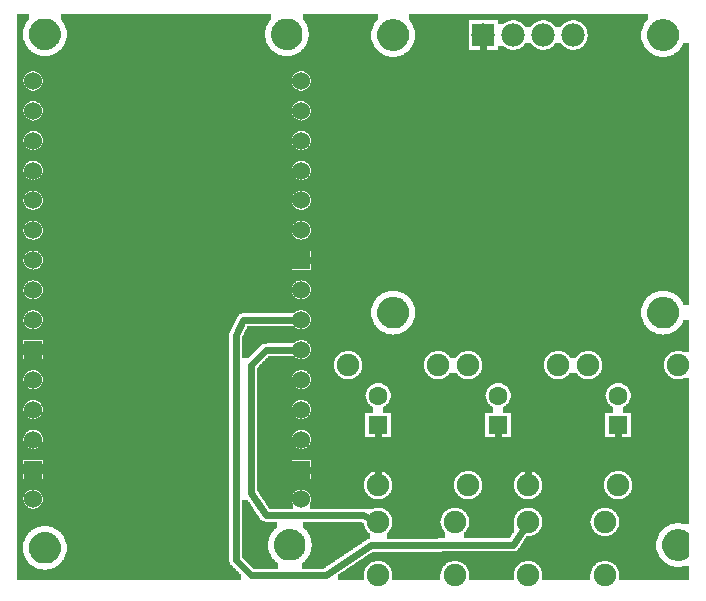
<source format=gbl>
G04 MADE WITH FRITZING*
G04 WWW.FRITZING.ORG*
G04 DOUBLE SIDED*
G04 HOLES PLATED*
G04 CONTOUR ON CENTER OF CONTOUR VECTOR*
%ASAXBY*%
%FSLAX23Y23*%
%MOIN*%
%OFA0B0*%
%SFA1.0B1.0*%
%ADD10C,0.075000*%
%ADD11C,0.060000*%
%ADD12C,0.062992*%
%ADD13C,0.078000*%
%ADD14R,0.060014X0.060028*%
%ADD15R,0.060000X0.060028*%
%ADD16R,0.062992X0.062992*%
%ADD17R,0.077986X0.077944*%
%ADD18C,0.024000*%
%ADD19C,0.000100*%
%LNCOPPER0*%
G90*
G70*
G54D10*
X133Y1862D03*
X939Y1862D03*
X1293Y1859D03*
X2193Y1859D03*
X1293Y934D03*
X2193Y934D03*
X262Y1870D03*
X1083Y172D03*
X949Y160D03*
X133Y150D03*
G54D11*
X94Y311D03*
X94Y410D03*
X94Y510D03*
X94Y610D03*
X94Y709D03*
X94Y809D03*
X94Y908D03*
X94Y1008D03*
X94Y1107D03*
X94Y1207D03*
X94Y1307D03*
X94Y1406D03*
X94Y1506D03*
X94Y1605D03*
X94Y1705D03*
X988Y1705D03*
X988Y1605D03*
X988Y1506D03*
X988Y1406D03*
X988Y1307D03*
X988Y1207D03*
X988Y1107D03*
X988Y1008D03*
X988Y908D03*
X988Y809D03*
X988Y709D03*
X988Y610D03*
X988Y510D03*
X988Y410D03*
X988Y311D03*
G54D10*
X2000Y57D03*
X1744Y57D03*
X2000Y235D03*
X1744Y235D03*
X1500Y57D03*
X1244Y57D03*
X1500Y235D03*
X1244Y235D03*
G54D12*
X2044Y557D03*
X2044Y656D03*
X1644Y557D03*
X1644Y656D03*
X1244Y557D03*
X1244Y656D03*
G54D10*
X1744Y357D03*
X2044Y357D03*
X1244Y357D03*
X1544Y357D03*
X1944Y757D03*
X2244Y757D03*
X1544Y757D03*
X1844Y757D03*
X1144Y757D03*
X1444Y757D03*
G54D13*
X1594Y1857D03*
X1694Y1857D03*
X1794Y1857D03*
X1894Y1857D03*
G54D14*
X94Y410D03*
X94Y809D03*
G54D15*
X988Y1107D03*
X988Y410D03*
G54D16*
X2044Y557D03*
X1644Y557D03*
X1244Y557D03*
G54D17*
X1594Y1857D03*
G54D18*
X1194Y457D02*
X1245Y408D01*
D02*
X1095Y457D02*
X1194Y457D01*
D02*
X1245Y408D02*
X1244Y375D01*
D02*
X1002Y410D02*
X1045Y408D01*
D02*
X1045Y408D02*
X1095Y457D01*
D02*
X1994Y457D02*
X1795Y457D01*
D02*
X1744Y408D02*
X1744Y375D01*
D02*
X1795Y457D02*
X1744Y408D01*
D02*
X2044Y542D02*
X2045Y507D01*
D02*
X2045Y507D02*
X1994Y457D01*
D02*
X1744Y408D02*
X1744Y375D01*
D02*
X1644Y542D02*
X1644Y507D01*
D02*
X1695Y457D02*
X1744Y408D01*
D02*
X1644Y507D02*
X1695Y457D01*
D02*
X1644Y542D02*
X1644Y507D01*
D02*
X1644Y507D02*
X1595Y457D01*
D02*
X1595Y457D02*
X1294Y457D01*
D02*
X1294Y457D02*
X1245Y408D01*
D02*
X1245Y408D02*
X1244Y375D01*
D02*
X1194Y257D02*
X1228Y242D01*
D02*
X869Y257D02*
X1194Y257D01*
D02*
X974Y809D02*
X869Y807D01*
D02*
X820Y757D02*
X820Y333D01*
D02*
X820Y333D02*
X869Y257D01*
D02*
X869Y807D02*
X820Y757D01*
D02*
X1220Y157D02*
X1694Y158D01*
D02*
X1070Y57D02*
X1220Y157D01*
D02*
X1694Y158D02*
X1735Y220D01*
D02*
X820Y57D02*
X1070Y57D01*
D02*
X974Y908D02*
X795Y908D01*
D02*
X770Y858D02*
X770Y108D01*
D02*
X770Y108D02*
X820Y57D01*
D02*
X795Y908D02*
X770Y858D01*
D02*
X1194Y457D02*
X1244Y407D01*
D02*
X1244Y407D02*
X1244Y375D01*
D02*
X1244Y542D02*
X1244Y507D01*
D02*
X1244Y507D02*
X1194Y457D01*
D02*
X1594Y1158D02*
X1594Y1838D01*
D02*
X1544Y1107D02*
X1594Y1158D01*
D02*
X1002Y1107D02*
X1544Y1107D01*
G54D19*
G36*
X118Y1913D02*
X118Y1911D01*
X112Y1911D01*
X112Y1909D01*
X108Y1909D01*
X108Y1907D01*
X106Y1907D01*
X106Y1905D01*
X102Y1905D01*
X102Y1903D01*
X100Y1903D01*
X100Y1901D01*
X98Y1901D01*
X98Y1899D01*
X96Y1899D01*
X96Y1897D01*
X94Y1897D01*
X94Y1895D01*
X92Y1895D01*
X92Y1893D01*
X90Y1893D01*
X90Y1891D01*
X88Y1891D01*
X88Y1887D01*
X86Y1887D01*
X86Y1883D01*
X84Y1883D01*
X84Y1877D01*
X82Y1877D01*
X82Y1845D01*
X84Y1845D01*
X84Y1839D01*
X86Y1839D01*
X86Y1835D01*
X88Y1835D01*
X88Y1831D01*
X90Y1831D01*
X90Y1829D01*
X92Y1829D01*
X92Y1827D01*
X94Y1827D01*
X94Y1825D01*
X96Y1825D01*
X96Y1823D01*
X98Y1823D01*
X98Y1821D01*
X100Y1821D01*
X100Y1819D01*
X102Y1819D01*
X102Y1817D01*
X106Y1817D01*
X106Y1815D01*
X108Y1815D01*
X108Y1813D01*
X112Y1813D01*
X112Y1811D01*
X118Y1811D01*
X118Y1809D01*
X148Y1809D01*
X148Y1811D01*
X154Y1811D01*
X154Y1813D01*
X158Y1813D01*
X158Y1815D01*
X162Y1815D01*
X162Y1817D01*
X164Y1817D01*
X164Y1819D01*
X166Y1819D01*
X166Y1821D01*
X170Y1821D01*
X170Y1823D01*
X172Y1823D01*
X172Y1827D01*
X174Y1827D01*
X174Y1829D01*
X176Y1829D01*
X176Y1831D01*
X178Y1831D01*
X178Y1833D01*
X180Y1833D01*
X180Y1837D01*
X182Y1837D01*
X182Y1841D01*
X184Y1841D01*
X184Y1849D01*
X186Y1849D01*
X186Y1873D01*
X184Y1873D01*
X184Y1881D01*
X182Y1881D01*
X182Y1885D01*
X180Y1885D01*
X180Y1889D01*
X178Y1889D01*
X178Y1891D01*
X176Y1891D01*
X176Y1893D01*
X174Y1893D01*
X174Y1895D01*
X172Y1895D01*
X172Y1899D01*
X170Y1899D01*
X170Y1901D01*
X166Y1901D01*
X166Y1903D01*
X164Y1903D01*
X164Y1905D01*
X162Y1905D01*
X162Y1907D01*
X158Y1907D01*
X158Y1909D01*
X154Y1909D01*
X154Y1911D01*
X148Y1911D01*
X148Y1913D01*
X118Y1913D01*
G37*
D02*
G36*
X926Y1913D02*
X926Y1911D01*
X920Y1911D01*
X920Y1909D01*
X916Y1909D01*
X916Y1907D01*
X912Y1907D01*
X912Y1905D01*
X910Y1905D01*
X910Y1903D01*
X908Y1903D01*
X908Y1901D01*
X904Y1901D01*
X904Y1899D01*
X902Y1899D01*
X902Y1897D01*
X900Y1897D01*
X900Y1893D01*
X898Y1893D01*
X898Y1891D01*
X896Y1891D01*
X896Y1889D01*
X894Y1889D01*
X894Y1885D01*
X892Y1885D01*
X892Y1881D01*
X890Y1881D01*
X890Y1873D01*
X888Y1873D01*
X888Y1849D01*
X890Y1849D01*
X890Y1841D01*
X892Y1841D01*
X892Y1837D01*
X894Y1837D01*
X894Y1833D01*
X896Y1833D01*
X896Y1831D01*
X898Y1831D01*
X898Y1829D01*
X900Y1829D01*
X900Y1825D01*
X902Y1825D01*
X902Y1823D01*
X904Y1823D01*
X904Y1821D01*
X908Y1821D01*
X908Y1819D01*
X910Y1819D01*
X910Y1817D01*
X912Y1817D01*
X912Y1815D01*
X916Y1815D01*
X916Y1813D01*
X920Y1813D01*
X920Y1811D01*
X926Y1811D01*
X926Y1809D01*
X956Y1809D01*
X956Y1811D01*
X962Y1811D01*
X962Y1813D01*
X966Y1813D01*
X966Y1815D01*
X968Y1815D01*
X968Y1817D01*
X972Y1817D01*
X972Y1819D01*
X974Y1819D01*
X974Y1821D01*
X976Y1821D01*
X976Y1823D01*
X978Y1823D01*
X978Y1825D01*
X980Y1825D01*
X980Y1827D01*
X982Y1827D01*
X982Y1829D01*
X984Y1829D01*
X984Y1833D01*
X986Y1833D01*
X986Y1835D01*
X988Y1835D01*
X988Y1839D01*
X990Y1839D01*
X990Y1845D01*
X992Y1845D01*
X992Y1877D01*
X990Y1877D01*
X990Y1883D01*
X988Y1883D01*
X988Y1887D01*
X986Y1887D01*
X986Y1889D01*
X984Y1889D01*
X984Y1893D01*
X982Y1893D01*
X982Y1895D01*
X980Y1895D01*
X980Y1897D01*
X978Y1897D01*
X978Y1899D01*
X976Y1899D01*
X976Y1901D01*
X974Y1901D01*
X974Y1903D01*
X972Y1903D01*
X972Y1905D01*
X968Y1905D01*
X968Y1907D01*
X966Y1907D01*
X966Y1909D01*
X962Y1909D01*
X962Y1911D01*
X956Y1911D01*
X956Y1913D01*
X926Y1913D01*
G37*
D02*
G36*
X1284Y1911D02*
X1284Y1909D01*
X1276Y1909D01*
X1276Y1907D01*
X1272Y1907D01*
X1272Y1905D01*
X1268Y1905D01*
X1268Y1903D01*
X1264Y1903D01*
X1264Y1901D01*
X1262Y1901D01*
X1262Y1899D01*
X1260Y1899D01*
X1260Y1897D01*
X1258Y1897D01*
X1258Y1895D01*
X1256Y1895D01*
X1256Y1893D01*
X1254Y1893D01*
X1254Y1891D01*
X1252Y1891D01*
X1252Y1889D01*
X1250Y1889D01*
X1250Y1885D01*
X1248Y1885D01*
X1248Y1881D01*
X1246Y1881D01*
X1246Y1877D01*
X1244Y1877D01*
X1244Y1871D01*
X1242Y1871D01*
X1242Y1845D01*
X1244Y1845D01*
X1244Y1839D01*
X1246Y1839D01*
X1246Y1833D01*
X1248Y1833D01*
X1248Y1831D01*
X1250Y1831D01*
X1250Y1827D01*
X1252Y1827D01*
X1252Y1825D01*
X1254Y1825D01*
X1254Y1823D01*
X1256Y1823D01*
X1256Y1821D01*
X1258Y1821D01*
X1258Y1819D01*
X1260Y1819D01*
X1260Y1817D01*
X1262Y1817D01*
X1262Y1815D01*
X1264Y1815D01*
X1264Y1813D01*
X1268Y1813D01*
X1268Y1811D01*
X1272Y1811D01*
X1272Y1809D01*
X1276Y1809D01*
X1276Y1807D01*
X1284Y1807D01*
X1284Y1805D01*
X1306Y1805D01*
X1306Y1807D01*
X1312Y1807D01*
X1312Y1809D01*
X1318Y1809D01*
X1318Y1811D01*
X1322Y1811D01*
X1322Y1813D01*
X1324Y1813D01*
X1324Y1815D01*
X1326Y1815D01*
X1326Y1817D01*
X1330Y1817D01*
X1330Y1819D01*
X1332Y1819D01*
X1332Y1821D01*
X1334Y1821D01*
X1334Y1825D01*
X1336Y1825D01*
X1336Y1827D01*
X1338Y1827D01*
X1338Y1829D01*
X1340Y1829D01*
X1340Y1833D01*
X1342Y1833D01*
X1342Y1837D01*
X1344Y1837D01*
X1344Y1841D01*
X1346Y1841D01*
X1346Y1875D01*
X1344Y1875D01*
X1344Y1879D01*
X1342Y1879D01*
X1342Y1883D01*
X1340Y1883D01*
X1340Y1887D01*
X1338Y1887D01*
X1338Y1889D01*
X1336Y1889D01*
X1336Y1891D01*
X1334Y1891D01*
X1334Y1895D01*
X1332Y1895D01*
X1332Y1897D01*
X1328Y1897D01*
X1328Y1899D01*
X1326Y1899D01*
X1326Y1901D01*
X1324Y1901D01*
X1324Y1903D01*
X1320Y1903D01*
X1320Y1905D01*
X1316Y1905D01*
X1316Y1907D01*
X1312Y1907D01*
X1312Y1909D01*
X1304Y1909D01*
X1304Y1911D01*
X1284Y1911D01*
G37*
D02*
G36*
X2184Y1911D02*
X2184Y1909D01*
X2176Y1909D01*
X2176Y1907D01*
X2172Y1907D01*
X2172Y1905D01*
X2168Y1905D01*
X2168Y1903D01*
X2164Y1903D01*
X2164Y1901D01*
X2162Y1901D01*
X2162Y1899D01*
X2160Y1899D01*
X2160Y1897D01*
X2158Y1897D01*
X2158Y1895D01*
X2156Y1895D01*
X2156Y1893D01*
X2154Y1893D01*
X2154Y1891D01*
X2152Y1891D01*
X2152Y1889D01*
X2150Y1889D01*
X2150Y1885D01*
X2148Y1885D01*
X2148Y1881D01*
X2146Y1881D01*
X2146Y1877D01*
X2144Y1877D01*
X2144Y1871D01*
X2142Y1871D01*
X2142Y1845D01*
X2144Y1845D01*
X2144Y1839D01*
X2146Y1839D01*
X2146Y1833D01*
X2148Y1833D01*
X2148Y1831D01*
X2150Y1831D01*
X2150Y1827D01*
X2152Y1827D01*
X2152Y1825D01*
X2154Y1825D01*
X2154Y1823D01*
X2156Y1823D01*
X2156Y1821D01*
X2158Y1821D01*
X2158Y1819D01*
X2160Y1819D01*
X2160Y1817D01*
X2162Y1817D01*
X2162Y1815D01*
X2164Y1815D01*
X2164Y1813D01*
X2168Y1813D01*
X2168Y1811D01*
X2172Y1811D01*
X2172Y1809D01*
X2176Y1809D01*
X2176Y1807D01*
X2184Y1807D01*
X2184Y1805D01*
X2206Y1805D01*
X2206Y1807D01*
X2212Y1807D01*
X2212Y1809D01*
X2218Y1809D01*
X2218Y1811D01*
X2222Y1811D01*
X2222Y1813D01*
X2224Y1813D01*
X2224Y1815D01*
X2226Y1815D01*
X2226Y1817D01*
X2230Y1817D01*
X2230Y1819D01*
X2232Y1819D01*
X2232Y1821D01*
X2234Y1821D01*
X2234Y1825D01*
X2236Y1825D01*
X2236Y1827D01*
X2238Y1827D01*
X2238Y1829D01*
X2240Y1829D01*
X2240Y1833D01*
X2242Y1833D01*
X2242Y1837D01*
X2244Y1837D01*
X2244Y1841D01*
X2246Y1841D01*
X2246Y1875D01*
X2244Y1875D01*
X2244Y1879D01*
X2242Y1879D01*
X2242Y1883D01*
X2240Y1883D01*
X2240Y1887D01*
X2238Y1887D01*
X2238Y1889D01*
X2236Y1889D01*
X2236Y1891D01*
X2234Y1891D01*
X2234Y1895D01*
X2232Y1895D01*
X2232Y1897D01*
X2228Y1897D01*
X2228Y1899D01*
X2226Y1899D01*
X2226Y1901D01*
X2224Y1901D01*
X2224Y1903D01*
X2220Y1903D01*
X2220Y1905D01*
X2216Y1905D01*
X2216Y1907D01*
X2212Y1907D01*
X2212Y1909D01*
X2204Y1909D01*
X2204Y1911D01*
X2184Y1911D01*
G37*
D02*
G36*
X1280Y985D02*
X1280Y983D01*
X1274Y983D01*
X1274Y981D01*
X1270Y981D01*
X1270Y979D01*
X1266Y979D01*
X1266Y977D01*
X1264Y977D01*
X1264Y975D01*
X1262Y975D01*
X1262Y973D01*
X1258Y973D01*
X1258Y971D01*
X1256Y971D01*
X1256Y967D01*
X1254Y967D01*
X1254Y965D01*
X1252Y965D01*
X1252Y963D01*
X1250Y963D01*
X1250Y961D01*
X1248Y961D01*
X1248Y957D01*
X1246Y957D01*
X1246Y953D01*
X1244Y953D01*
X1244Y945D01*
X1242Y945D01*
X1242Y919D01*
X1244Y919D01*
X1244Y913D01*
X1246Y913D01*
X1246Y909D01*
X1248Y909D01*
X1248Y905D01*
X1250Y905D01*
X1250Y903D01*
X1252Y903D01*
X1252Y901D01*
X1254Y901D01*
X1254Y897D01*
X1256Y897D01*
X1256Y895D01*
X1258Y895D01*
X1258Y893D01*
X1262Y893D01*
X1262Y891D01*
X1264Y891D01*
X1264Y889D01*
X1266Y889D01*
X1266Y887D01*
X1270Y887D01*
X1270Y885D01*
X1274Y885D01*
X1274Y883D01*
X1280Y883D01*
X1280Y881D01*
X1310Y881D01*
X1310Y883D01*
X1316Y883D01*
X1316Y885D01*
X1320Y885D01*
X1320Y887D01*
X1322Y887D01*
X1322Y889D01*
X1326Y889D01*
X1326Y891D01*
X1328Y891D01*
X1328Y893D01*
X1330Y893D01*
X1330Y895D01*
X1332Y895D01*
X1332Y897D01*
X1334Y897D01*
X1334Y899D01*
X1336Y899D01*
X1336Y901D01*
X1338Y901D01*
X1338Y905D01*
X1340Y905D01*
X1340Y907D01*
X1342Y907D01*
X1342Y911D01*
X1344Y911D01*
X1344Y917D01*
X1346Y917D01*
X1346Y949D01*
X1344Y949D01*
X1344Y955D01*
X1342Y955D01*
X1342Y959D01*
X1340Y959D01*
X1340Y961D01*
X1338Y961D01*
X1338Y965D01*
X1336Y965D01*
X1336Y967D01*
X1334Y967D01*
X1334Y969D01*
X1332Y969D01*
X1332Y971D01*
X1330Y971D01*
X1330Y973D01*
X1328Y973D01*
X1328Y975D01*
X1326Y975D01*
X1326Y977D01*
X1322Y977D01*
X1322Y979D01*
X1320Y979D01*
X1320Y981D01*
X1314Y981D01*
X1314Y983D01*
X1308Y983D01*
X1308Y985D01*
X1280Y985D01*
G37*
D02*
G36*
X2180Y985D02*
X2180Y983D01*
X2174Y983D01*
X2174Y981D01*
X2170Y981D01*
X2170Y979D01*
X2166Y979D01*
X2166Y977D01*
X2164Y977D01*
X2164Y975D01*
X2162Y975D01*
X2162Y973D01*
X2158Y973D01*
X2158Y971D01*
X2156Y971D01*
X2156Y967D01*
X2154Y967D01*
X2154Y965D01*
X2152Y965D01*
X2152Y963D01*
X2150Y963D01*
X2150Y961D01*
X2148Y961D01*
X2148Y957D01*
X2146Y957D01*
X2146Y953D01*
X2144Y953D01*
X2144Y945D01*
X2142Y945D01*
X2142Y919D01*
X2144Y919D01*
X2144Y913D01*
X2146Y913D01*
X2146Y909D01*
X2148Y909D01*
X2148Y905D01*
X2150Y905D01*
X2150Y903D01*
X2152Y903D01*
X2152Y901D01*
X2154Y901D01*
X2154Y897D01*
X2156Y897D01*
X2156Y895D01*
X2158Y895D01*
X2158Y893D01*
X2162Y893D01*
X2162Y891D01*
X2164Y891D01*
X2164Y889D01*
X2166Y889D01*
X2166Y887D01*
X2170Y887D01*
X2170Y885D01*
X2174Y885D01*
X2174Y883D01*
X2180Y883D01*
X2180Y881D01*
X2210Y881D01*
X2210Y883D01*
X2216Y883D01*
X2216Y885D01*
X2220Y885D01*
X2220Y887D01*
X2222Y887D01*
X2222Y889D01*
X2226Y889D01*
X2226Y891D01*
X2228Y891D01*
X2228Y893D01*
X2230Y893D01*
X2230Y895D01*
X2232Y895D01*
X2232Y897D01*
X2234Y897D01*
X2234Y899D01*
X2236Y899D01*
X2236Y901D01*
X2238Y901D01*
X2238Y905D01*
X2240Y905D01*
X2240Y907D01*
X2242Y907D01*
X2242Y911D01*
X2244Y911D01*
X2244Y917D01*
X2246Y917D01*
X2246Y949D01*
X2244Y949D01*
X2244Y955D01*
X2242Y955D01*
X2242Y959D01*
X2240Y959D01*
X2240Y961D01*
X2238Y961D01*
X2238Y965D01*
X2236Y965D01*
X2236Y967D01*
X2234Y967D01*
X2234Y969D01*
X2232Y969D01*
X2232Y971D01*
X2230Y971D01*
X2230Y973D01*
X2228Y973D01*
X2228Y975D01*
X2226Y975D01*
X2226Y977D01*
X2222Y977D01*
X2222Y979D01*
X2220Y979D01*
X2220Y981D01*
X2214Y981D01*
X2214Y983D01*
X2208Y983D01*
X2208Y985D01*
X2180Y985D01*
G37*
D02*
G36*
X40Y1929D02*
X40Y1789D01*
X118Y1789D01*
X118Y1791D01*
X110Y1791D01*
X110Y1793D01*
X106Y1793D01*
X106Y1795D01*
X100Y1795D01*
X100Y1797D01*
X98Y1797D01*
X98Y1799D01*
X94Y1799D01*
X94Y1801D01*
X90Y1801D01*
X90Y1803D01*
X88Y1803D01*
X88Y1805D01*
X86Y1805D01*
X86Y1807D01*
X84Y1807D01*
X84Y1809D01*
X82Y1809D01*
X82Y1811D01*
X80Y1811D01*
X80Y1813D01*
X78Y1813D01*
X78Y1815D01*
X76Y1815D01*
X76Y1817D01*
X74Y1817D01*
X74Y1821D01*
X72Y1821D01*
X72Y1823D01*
X70Y1823D01*
X70Y1827D01*
X68Y1827D01*
X68Y1831D01*
X66Y1831D01*
X66Y1837D01*
X64Y1837D01*
X64Y1843D01*
X62Y1843D01*
X62Y1853D01*
X60Y1853D01*
X60Y1869D01*
X62Y1869D01*
X62Y1879D01*
X64Y1879D01*
X64Y1885D01*
X66Y1885D01*
X66Y1891D01*
X68Y1891D01*
X68Y1895D01*
X70Y1895D01*
X70Y1899D01*
X72Y1899D01*
X72Y1901D01*
X74Y1901D01*
X74Y1905D01*
X76Y1905D01*
X76Y1907D01*
X78Y1907D01*
X78Y1909D01*
X80Y1909D01*
X80Y1929D01*
X40Y1929D01*
G37*
D02*
G36*
X188Y1929D02*
X188Y1909D01*
X190Y1909D01*
X190Y1905D01*
X192Y1905D01*
X192Y1903D01*
X194Y1903D01*
X194Y1899D01*
X196Y1899D01*
X196Y1897D01*
X198Y1897D01*
X198Y1893D01*
X200Y1893D01*
X200Y1889D01*
X202Y1889D01*
X202Y1883D01*
X204Y1883D01*
X204Y1875D01*
X206Y1875D01*
X206Y1847D01*
X204Y1847D01*
X204Y1839D01*
X202Y1839D01*
X202Y1835D01*
X200Y1835D01*
X200Y1829D01*
X198Y1829D01*
X198Y1825D01*
X196Y1825D01*
X196Y1823D01*
X194Y1823D01*
X194Y1819D01*
X192Y1819D01*
X192Y1817D01*
X190Y1817D01*
X190Y1813D01*
X188Y1813D01*
X188Y1811D01*
X186Y1811D01*
X186Y1809D01*
X184Y1809D01*
X184Y1807D01*
X182Y1807D01*
X182Y1805D01*
X178Y1805D01*
X178Y1803D01*
X176Y1803D01*
X176Y1801D01*
X174Y1801D01*
X174Y1799D01*
X170Y1799D01*
X170Y1797D01*
X166Y1797D01*
X166Y1795D01*
X162Y1795D01*
X162Y1793D01*
X156Y1793D01*
X156Y1791D01*
X150Y1791D01*
X150Y1789D01*
X924Y1789D01*
X924Y1791D01*
X918Y1791D01*
X918Y1793D01*
X912Y1793D01*
X912Y1795D01*
X908Y1795D01*
X908Y1797D01*
X904Y1797D01*
X904Y1799D01*
X900Y1799D01*
X900Y1801D01*
X898Y1801D01*
X898Y1803D01*
X896Y1803D01*
X896Y1805D01*
X892Y1805D01*
X892Y1807D01*
X890Y1807D01*
X890Y1809D01*
X888Y1809D01*
X888Y1811D01*
X886Y1811D01*
X886Y1813D01*
X884Y1813D01*
X884Y1817D01*
X882Y1817D01*
X882Y1819D01*
X880Y1819D01*
X880Y1823D01*
X878Y1823D01*
X878Y1825D01*
X876Y1825D01*
X876Y1829D01*
X874Y1829D01*
X874Y1833D01*
X872Y1833D01*
X872Y1839D01*
X870Y1839D01*
X870Y1847D01*
X868Y1847D01*
X868Y1875D01*
X870Y1875D01*
X870Y1883D01*
X872Y1883D01*
X872Y1889D01*
X874Y1889D01*
X874Y1893D01*
X876Y1893D01*
X876Y1897D01*
X878Y1897D01*
X878Y1899D01*
X880Y1899D01*
X880Y1903D01*
X882Y1903D01*
X882Y1905D01*
X884Y1905D01*
X884Y1909D01*
X886Y1909D01*
X886Y1929D01*
X188Y1929D01*
G37*
D02*
G36*
X994Y1929D02*
X994Y1909D01*
X996Y1909D01*
X996Y1907D01*
X998Y1907D01*
X998Y1905D01*
X1000Y1905D01*
X1000Y1901D01*
X1002Y1901D01*
X1002Y1899D01*
X1004Y1899D01*
X1004Y1895D01*
X1006Y1895D01*
X1006Y1891D01*
X1008Y1891D01*
X1008Y1885D01*
X1010Y1885D01*
X1010Y1879D01*
X1012Y1879D01*
X1012Y1869D01*
X1014Y1869D01*
X1014Y1853D01*
X1012Y1853D01*
X1012Y1843D01*
X1010Y1843D01*
X1010Y1837D01*
X1008Y1837D01*
X1008Y1831D01*
X1006Y1831D01*
X1006Y1827D01*
X1004Y1827D01*
X1004Y1823D01*
X1002Y1823D01*
X1002Y1821D01*
X1000Y1821D01*
X1000Y1817D01*
X998Y1817D01*
X998Y1815D01*
X996Y1815D01*
X996Y1813D01*
X994Y1813D01*
X994Y1811D01*
X992Y1811D01*
X992Y1809D01*
X990Y1809D01*
X990Y1807D01*
X988Y1807D01*
X988Y1805D01*
X986Y1805D01*
X986Y1803D01*
X984Y1803D01*
X984Y1801D01*
X980Y1801D01*
X980Y1799D01*
X976Y1799D01*
X976Y1797D01*
X974Y1797D01*
X974Y1795D01*
X968Y1795D01*
X968Y1793D01*
X964Y1793D01*
X964Y1791D01*
X956Y1791D01*
X956Y1789D01*
X1268Y1789D01*
X1268Y1791D01*
X1264Y1791D01*
X1264Y1793D01*
X1260Y1793D01*
X1260Y1795D01*
X1256Y1795D01*
X1256Y1797D01*
X1252Y1797D01*
X1252Y1799D01*
X1250Y1799D01*
X1250Y1801D01*
X1248Y1801D01*
X1248Y1803D01*
X1246Y1803D01*
X1246Y1805D01*
X1244Y1805D01*
X1244Y1807D01*
X1242Y1807D01*
X1242Y1809D01*
X1240Y1809D01*
X1240Y1811D01*
X1238Y1811D01*
X1238Y1813D01*
X1236Y1813D01*
X1236Y1815D01*
X1234Y1815D01*
X1234Y1819D01*
X1232Y1819D01*
X1232Y1823D01*
X1230Y1823D01*
X1230Y1827D01*
X1228Y1827D01*
X1228Y1831D01*
X1226Y1831D01*
X1226Y1835D01*
X1224Y1835D01*
X1224Y1843D01*
X1222Y1843D01*
X1222Y1873D01*
X1224Y1873D01*
X1224Y1879D01*
X1226Y1879D01*
X1226Y1885D01*
X1228Y1885D01*
X1228Y1889D01*
X1230Y1889D01*
X1230Y1893D01*
X1232Y1893D01*
X1232Y1897D01*
X1234Y1897D01*
X1234Y1901D01*
X1236Y1901D01*
X1236Y1903D01*
X1238Y1903D01*
X1238Y1905D01*
X1240Y1905D01*
X1240Y1907D01*
X1242Y1907D01*
X1242Y1909D01*
X1244Y1909D01*
X1244Y1929D01*
X994Y1929D01*
G37*
D02*
G36*
X1346Y1929D02*
X1346Y1909D01*
X1348Y1909D01*
X1348Y1907D01*
X1904Y1907D01*
X1904Y1905D01*
X1910Y1905D01*
X1910Y1903D01*
X1916Y1903D01*
X1916Y1901D01*
X1920Y1901D01*
X1920Y1899D01*
X1922Y1899D01*
X1922Y1897D01*
X1924Y1897D01*
X1924Y1895D01*
X1928Y1895D01*
X1928Y1893D01*
X1930Y1893D01*
X1930Y1891D01*
X1932Y1891D01*
X1932Y1887D01*
X1934Y1887D01*
X1934Y1885D01*
X1936Y1885D01*
X1936Y1881D01*
X1938Y1881D01*
X1938Y1879D01*
X1940Y1879D01*
X1940Y1873D01*
X1942Y1873D01*
X1942Y1863D01*
X1944Y1863D01*
X1944Y1851D01*
X1942Y1851D01*
X1942Y1843D01*
X1940Y1843D01*
X1940Y1837D01*
X1938Y1837D01*
X1938Y1835D01*
X1936Y1835D01*
X1936Y1831D01*
X1934Y1831D01*
X1934Y1829D01*
X1932Y1829D01*
X1932Y1825D01*
X1930Y1825D01*
X1930Y1823D01*
X1928Y1823D01*
X1928Y1821D01*
X1926Y1821D01*
X1926Y1819D01*
X1922Y1819D01*
X1922Y1817D01*
X1920Y1817D01*
X1920Y1815D01*
X1916Y1815D01*
X1916Y1813D01*
X1912Y1813D01*
X1912Y1811D01*
X1904Y1811D01*
X1904Y1809D01*
X2140Y1809D01*
X2140Y1811D01*
X2138Y1811D01*
X2138Y1813D01*
X2136Y1813D01*
X2136Y1815D01*
X2134Y1815D01*
X2134Y1819D01*
X2132Y1819D01*
X2132Y1823D01*
X2130Y1823D01*
X2130Y1827D01*
X2128Y1827D01*
X2128Y1831D01*
X2126Y1831D01*
X2126Y1835D01*
X2124Y1835D01*
X2124Y1843D01*
X2122Y1843D01*
X2122Y1873D01*
X2124Y1873D01*
X2124Y1879D01*
X2126Y1879D01*
X2126Y1885D01*
X2128Y1885D01*
X2128Y1889D01*
X2130Y1889D01*
X2130Y1893D01*
X2132Y1893D01*
X2132Y1897D01*
X2134Y1897D01*
X2134Y1901D01*
X2136Y1901D01*
X2136Y1903D01*
X2138Y1903D01*
X2138Y1905D01*
X2140Y1905D01*
X2140Y1907D01*
X2142Y1907D01*
X2142Y1909D01*
X2144Y1909D01*
X2144Y1929D01*
X1346Y1929D01*
G37*
D02*
G36*
X1350Y1907D02*
X1350Y1903D01*
X1352Y1903D01*
X1352Y1901D01*
X1354Y1901D01*
X1354Y1899D01*
X1356Y1899D01*
X1356Y1895D01*
X1358Y1895D01*
X1358Y1891D01*
X1360Y1891D01*
X1360Y1887D01*
X1362Y1887D01*
X1362Y1883D01*
X1364Y1883D01*
X1364Y1875D01*
X1366Y1875D01*
X1366Y1865D01*
X1368Y1865D01*
X1368Y1851D01*
X1366Y1851D01*
X1366Y1841D01*
X1364Y1841D01*
X1364Y1833D01*
X1362Y1833D01*
X1362Y1829D01*
X1360Y1829D01*
X1360Y1825D01*
X1358Y1825D01*
X1358Y1821D01*
X1356Y1821D01*
X1356Y1817D01*
X1354Y1817D01*
X1354Y1815D01*
X1352Y1815D01*
X1352Y1811D01*
X1350Y1811D01*
X1350Y1809D01*
X1546Y1809D01*
X1546Y1907D01*
X1350Y1907D01*
G37*
D02*
G36*
X1644Y1907D02*
X1644Y1895D01*
X1664Y1895D01*
X1664Y1897D01*
X1666Y1897D01*
X1666Y1899D01*
X1670Y1899D01*
X1670Y1901D01*
X1674Y1901D01*
X1674Y1903D01*
X1678Y1903D01*
X1678Y1905D01*
X1686Y1905D01*
X1686Y1907D01*
X1644Y1907D01*
G37*
D02*
G36*
X1704Y1907D02*
X1704Y1905D01*
X1710Y1905D01*
X1710Y1903D01*
X1716Y1903D01*
X1716Y1901D01*
X1720Y1901D01*
X1720Y1899D01*
X1722Y1899D01*
X1722Y1897D01*
X1724Y1897D01*
X1724Y1895D01*
X1728Y1895D01*
X1728Y1893D01*
X1730Y1893D01*
X1730Y1891D01*
X1732Y1891D01*
X1732Y1887D01*
X1734Y1887D01*
X1734Y1885D01*
X1754Y1885D01*
X1754Y1887D01*
X1756Y1887D01*
X1756Y1889D01*
X1758Y1889D01*
X1758Y1891D01*
X1760Y1891D01*
X1760Y1893D01*
X1762Y1893D01*
X1762Y1895D01*
X1764Y1895D01*
X1764Y1897D01*
X1766Y1897D01*
X1766Y1899D01*
X1770Y1899D01*
X1770Y1901D01*
X1774Y1901D01*
X1774Y1903D01*
X1778Y1903D01*
X1778Y1905D01*
X1786Y1905D01*
X1786Y1907D01*
X1704Y1907D01*
G37*
D02*
G36*
X1804Y1907D02*
X1804Y1905D01*
X1810Y1905D01*
X1810Y1903D01*
X1816Y1903D01*
X1816Y1901D01*
X1820Y1901D01*
X1820Y1899D01*
X1822Y1899D01*
X1822Y1897D01*
X1824Y1897D01*
X1824Y1895D01*
X1828Y1895D01*
X1828Y1893D01*
X1830Y1893D01*
X1830Y1891D01*
X1832Y1891D01*
X1832Y1887D01*
X1834Y1887D01*
X1834Y1885D01*
X1854Y1885D01*
X1854Y1887D01*
X1856Y1887D01*
X1856Y1889D01*
X1858Y1889D01*
X1858Y1891D01*
X1860Y1891D01*
X1860Y1893D01*
X1862Y1893D01*
X1862Y1895D01*
X1864Y1895D01*
X1864Y1897D01*
X1866Y1897D01*
X1866Y1899D01*
X1870Y1899D01*
X1870Y1901D01*
X1874Y1901D01*
X1874Y1903D01*
X1878Y1903D01*
X1878Y1905D01*
X1886Y1905D01*
X1886Y1907D01*
X1804Y1907D01*
G37*
D02*
G36*
X2262Y1833D02*
X2262Y1829D01*
X2260Y1829D01*
X2260Y1825D01*
X2258Y1825D01*
X2258Y1821D01*
X2256Y1821D01*
X2256Y1817D01*
X2254Y1817D01*
X2254Y1815D01*
X2252Y1815D01*
X2252Y1811D01*
X2250Y1811D01*
X2250Y1809D01*
X2248Y1809D01*
X2248Y1807D01*
X2246Y1807D01*
X2246Y1805D01*
X2244Y1805D01*
X2244Y1803D01*
X2242Y1803D01*
X2242Y1801D01*
X2238Y1801D01*
X2238Y1799D01*
X2236Y1799D01*
X2236Y1797D01*
X2232Y1797D01*
X2232Y1795D01*
X2230Y1795D01*
X2230Y1793D01*
X2226Y1793D01*
X2226Y1791D01*
X2220Y1791D01*
X2220Y1789D01*
X2214Y1789D01*
X2214Y1787D01*
X2206Y1787D01*
X2206Y1785D01*
X2282Y1785D01*
X2282Y1833D01*
X2262Y1833D01*
G37*
D02*
G36*
X1734Y1831D02*
X1734Y1829D01*
X1732Y1829D01*
X1732Y1825D01*
X1730Y1825D01*
X1730Y1823D01*
X1728Y1823D01*
X1728Y1821D01*
X1726Y1821D01*
X1726Y1819D01*
X1722Y1819D01*
X1722Y1817D01*
X1720Y1817D01*
X1720Y1815D01*
X1716Y1815D01*
X1716Y1813D01*
X1712Y1813D01*
X1712Y1811D01*
X1704Y1811D01*
X1704Y1809D01*
X1784Y1809D01*
X1784Y1811D01*
X1778Y1811D01*
X1778Y1813D01*
X1774Y1813D01*
X1774Y1815D01*
X1770Y1815D01*
X1770Y1817D01*
X1766Y1817D01*
X1766Y1819D01*
X1764Y1819D01*
X1764Y1821D01*
X1762Y1821D01*
X1762Y1823D01*
X1760Y1823D01*
X1760Y1825D01*
X1758Y1825D01*
X1758Y1827D01*
X1756Y1827D01*
X1756Y1829D01*
X1754Y1829D01*
X1754Y1831D01*
X1734Y1831D01*
G37*
D02*
G36*
X1834Y1831D02*
X1834Y1829D01*
X1832Y1829D01*
X1832Y1825D01*
X1830Y1825D01*
X1830Y1823D01*
X1828Y1823D01*
X1828Y1821D01*
X1826Y1821D01*
X1826Y1819D01*
X1822Y1819D01*
X1822Y1817D01*
X1820Y1817D01*
X1820Y1815D01*
X1816Y1815D01*
X1816Y1813D01*
X1812Y1813D01*
X1812Y1811D01*
X1804Y1811D01*
X1804Y1809D01*
X1884Y1809D01*
X1884Y1811D01*
X1878Y1811D01*
X1878Y1813D01*
X1874Y1813D01*
X1874Y1815D01*
X1870Y1815D01*
X1870Y1817D01*
X1866Y1817D01*
X1866Y1819D01*
X1864Y1819D01*
X1864Y1821D01*
X1862Y1821D01*
X1862Y1823D01*
X1860Y1823D01*
X1860Y1825D01*
X1858Y1825D01*
X1858Y1827D01*
X1856Y1827D01*
X1856Y1829D01*
X1854Y1829D01*
X1854Y1831D01*
X1834Y1831D01*
G37*
D02*
G36*
X1644Y1821D02*
X1644Y1809D01*
X1684Y1809D01*
X1684Y1811D01*
X1678Y1811D01*
X1678Y1813D01*
X1674Y1813D01*
X1674Y1815D01*
X1670Y1815D01*
X1670Y1817D01*
X1666Y1817D01*
X1666Y1819D01*
X1664Y1819D01*
X1664Y1821D01*
X1644Y1821D01*
G37*
D02*
G36*
X1348Y1809D02*
X1348Y1807D01*
X2142Y1807D01*
X2142Y1809D01*
X1348Y1809D01*
G37*
D02*
G36*
X1348Y1809D02*
X1348Y1807D01*
X2142Y1807D01*
X2142Y1809D01*
X1348Y1809D01*
G37*
D02*
G36*
X1348Y1809D02*
X1348Y1807D01*
X2142Y1807D01*
X2142Y1809D01*
X1348Y1809D01*
G37*
D02*
G36*
X1348Y1809D02*
X1348Y1807D01*
X2142Y1807D01*
X2142Y1809D01*
X1348Y1809D01*
G37*
D02*
G36*
X1348Y1809D02*
X1348Y1807D01*
X2142Y1807D01*
X2142Y1809D01*
X1348Y1809D01*
G37*
D02*
G36*
X1346Y1807D02*
X1346Y1805D01*
X1344Y1805D01*
X1344Y1803D01*
X1342Y1803D01*
X1342Y1801D01*
X1338Y1801D01*
X1338Y1799D01*
X1336Y1799D01*
X1336Y1797D01*
X1332Y1797D01*
X1332Y1795D01*
X1330Y1795D01*
X1330Y1793D01*
X1326Y1793D01*
X1326Y1791D01*
X1320Y1791D01*
X1320Y1789D01*
X1314Y1789D01*
X1314Y1787D01*
X1306Y1787D01*
X1306Y1785D01*
X2182Y1785D01*
X2182Y1787D01*
X2174Y1787D01*
X2174Y1789D01*
X2168Y1789D01*
X2168Y1791D01*
X2164Y1791D01*
X2164Y1793D01*
X2160Y1793D01*
X2160Y1795D01*
X2156Y1795D01*
X2156Y1797D01*
X2152Y1797D01*
X2152Y1799D01*
X2150Y1799D01*
X2150Y1801D01*
X2148Y1801D01*
X2148Y1803D01*
X2146Y1803D01*
X2146Y1805D01*
X2144Y1805D01*
X2144Y1807D01*
X1346Y1807D01*
G37*
D02*
G36*
X40Y1789D02*
X40Y1787D01*
X1274Y1787D01*
X1274Y1789D01*
X40Y1789D01*
G37*
D02*
G36*
X40Y1789D02*
X40Y1787D01*
X1274Y1787D01*
X1274Y1789D01*
X40Y1789D01*
G37*
D02*
G36*
X40Y1789D02*
X40Y1787D01*
X1274Y1787D01*
X1274Y1789D01*
X40Y1789D01*
G37*
D02*
G36*
X40Y1787D02*
X40Y1785D01*
X1282Y1785D01*
X1282Y1787D01*
X40Y1787D01*
G37*
D02*
G36*
X40Y1785D02*
X40Y1783D01*
X2282Y1783D01*
X2282Y1785D01*
X40Y1785D01*
G37*
D02*
G36*
X40Y1785D02*
X40Y1783D01*
X2282Y1783D01*
X2282Y1785D01*
X40Y1785D01*
G37*
D02*
G36*
X40Y1785D02*
X40Y1783D01*
X2282Y1783D01*
X2282Y1785D01*
X40Y1785D01*
G37*
D02*
G36*
X40Y1783D02*
X40Y1737D01*
X996Y1737D01*
X996Y1735D01*
X1002Y1735D01*
X1002Y1733D01*
X1006Y1733D01*
X1006Y1731D01*
X1008Y1731D01*
X1008Y1729D01*
X1010Y1729D01*
X1010Y1727D01*
X1012Y1727D01*
X1012Y1725D01*
X1014Y1725D01*
X1014Y1723D01*
X1016Y1723D01*
X1016Y1719D01*
X1018Y1719D01*
X1018Y1713D01*
X1020Y1713D01*
X1020Y1697D01*
X1018Y1697D01*
X1018Y1691D01*
X1016Y1691D01*
X1016Y1689D01*
X1014Y1689D01*
X1014Y1685D01*
X1012Y1685D01*
X1012Y1683D01*
X1010Y1683D01*
X1010Y1681D01*
X1008Y1681D01*
X1008Y1679D01*
X1004Y1679D01*
X1004Y1677D01*
X1000Y1677D01*
X1000Y1675D01*
X994Y1675D01*
X994Y1673D01*
X2282Y1673D01*
X2282Y1783D01*
X40Y1783D01*
G37*
D02*
G36*
X40Y1737D02*
X40Y1673D01*
X88Y1673D01*
X88Y1675D01*
X82Y1675D01*
X82Y1677D01*
X78Y1677D01*
X78Y1679D01*
X76Y1679D01*
X76Y1681D01*
X72Y1681D01*
X72Y1683D01*
X70Y1683D01*
X70Y1687D01*
X68Y1687D01*
X68Y1689D01*
X66Y1689D01*
X66Y1693D01*
X64Y1693D01*
X64Y1701D01*
X62Y1701D01*
X62Y1711D01*
X64Y1711D01*
X64Y1717D01*
X66Y1717D01*
X66Y1721D01*
X68Y1721D01*
X68Y1725D01*
X70Y1725D01*
X70Y1727D01*
X72Y1727D01*
X72Y1729D01*
X74Y1729D01*
X74Y1731D01*
X78Y1731D01*
X78Y1733D01*
X80Y1733D01*
X80Y1735D01*
X86Y1735D01*
X86Y1737D01*
X40Y1737D01*
G37*
D02*
G36*
X102Y1737D02*
X102Y1735D01*
X108Y1735D01*
X108Y1733D01*
X112Y1733D01*
X112Y1731D01*
X114Y1731D01*
X114Y1729D01*
X116Y1729D01*
X116Y1727D01*
X118Y1727D01*
X118Y1725D01*
X120Y1725D01*
X120Y1723D01*
X122Y1723D01*
X122Y1719D01*
X124Y1719D01*
X124Y1713D01*
X126Y1713D01*
X126Y1697D01*
X124Y1697D01*
X124Y1691D01*
X122Y1691D01*
X122Y1687D01*
X120Y1687D01*
X120Y1685D01*
X118Y1685D01*
X118Y1683D01*
X116Y1683D01*
X116Y1681D01*
X114Y1681D01*
X114Y1679D01*
X110Y1679D01*
X110Y1677D01*
X106Y1677D01*
X106Y1675D01*
X100Y1675D01*
X100Y1673D01*
X982Y1673D01*
X982Y1675D01*
X976Y1675D01*
X976Y1677D01*
X972Y1677D01*
X972Y1679D01*
X968Y1679D01*
X968Y1681D01*
X966Y1681D01*
X966Y1683D01*
X964Y1683D01*
X964Y1685D01*
X962Y1685D01*
X962Y1689D01*
X960Y1689D01*
X960Y1693D01*
X958Y1693D01*
X958Y1699D01*
X956Y1699D01*
X956Y1711D01*
X958Y1711D01*
X958Y1717D01*
X960Y1717D01*
X960Y1721D01*
X962Y1721D01*
X962Y1725D01*
X964Y1725D01*
X964Y1727D01*
X966Y1727D01*
X966Y1729D01*
X968Y1729D01*
X968Y1731D01*
X970Y1731D01*
X970Y1733D01*
X974Y1733D01*
X974Y1735D01*
X980Y1735D01*
X980Y1737D01*
X102Y1737D01*
G37*
D02*
G36*
X40Y1673D02*
X40Y1671D01*
X2282Y1671D01*
X2282Y1673D01*
X40Y1673D01*
G37*
D02*
G36*
X40Y1673D02*
X40Y1671D01*
X2282Y1671D01*
X2282Y1673D01*
X40Y1673D01*
G37*
D02*
G36*
X40Y1673D02*
X40Y1671D01*
X2282Y1671D01*
X2282Y1673D01*
X40Y1673D01*
G37*
D02*
G36*
X40Y1671D02*
X40Y1637D01*
X998Y1637D01*
X998Y1635D01*
X1002Y1635D01*
X1002Y1633D01*
X1006Y1633D01*
X1006Y1631D01*
X1008Y1631D01*
X1008Y1629D01*
X1012Y1629D01*
X1012Y1625D01*
X1014Y1625D01*
X1014Y1623D01*
X1016Y1623D01*
X1016Y1619D01*
X1018Y1619D01*
X1018Y1613D01*
X1020Y1613D01*
X1020Y1597D01*
X1018Y1597D01*
X1018Y1593D01*
X1016Y1593D01*
X1016Y1589D01*
X1014Y1589D01*
X1014Y1585D01*
X1012Y1585D01*
X1012Y1583D01*
X1010Y1583D01*
X1010Y1581D01*
X1006Y1581D01*
X1006Y1579D01*
X1004Y1579D01*
X1004Y1577D01*
X1000Y1577D01*
X1000Y1575D01*
X990Y1575D01*
X990Y1573D01*
X2282Y1573D01*
X2282Y1671D01*
X40Y1671D01*
G37*
D02*
G36*
X40Y1637D02*
X40Y1573D01*
X92Y1573D01*
X92Y1575D01*
X84Y1575D01*
X84Y1577D01*
X80Y1577D01*
X80Y1579D01*
X76Y1579D01*
X76Y1581D01*
X74Y1581D01*
X74Y1583D01*
X72Y1583D01*
X72Y1585D01*
X70Y1585D01*
X70Y1587D01*
X68Y1587D01*
X68Y1589D01*
X66Y1589D01*
X66Y1593D01*
X64Y1593D01*
X64Y1601D01*
X62Y1601D01*
X62Y1611D01*
X64Y1611D01*
X64Y1617D01*
X66Y1617D01*
X66Y1621D01*
X68Y1621D01*
X68Y1625D01*
X70Y1625D01*
X70Y1627D01*
X72Y1627D01*
X72Y1629D01*
X74Y1629D01*
X74Y1631D01*
X76Y1631D01*
X76Y1633D01*
X80Y1633D01*
X80Y1635D01*
X84Y1635D01*
X84Y1637D01*
X40Y1637D01*
G37*
D02*
G36*
X104Y1637D02*
X104Y1635D01*
X108Y1635D01*
X108Y1633D01*
X112Y1633D01*
X112Y1631D01*
X116Y1631D01*
X116Y1629D01*
X118Y1629D01*
X118Y1625D01*
X120Y1625D01*
X120Y1623D01*
X122Y1623D01*
X122Y1619D01*
X124Y1619D01*
X124Y1615D01*
X126Y1615D01*
X126Y1597D01*
X124Y1597D01*
X124Y1591D01*
X122Y1591D01*
X122Y1589D01*
X120Y1589D01*
X120Y1585D01*
X118Y1585D01*
X118Y1583D01*
X116Y1583D01*
X116Y1581D01*
X114Y1581D01*
X114Y1579D01*
X110Y1579D01*
X110Y1577D01*
X106Y1577D01*
X106Y1575D01*
X96Y1575D01*
X96Y1573D01*
X986Y1573D01*
X986Y1575D01*
X978Y1575D01*
X978Y1577D01*
X972Y1577D01*
X972Y1579D01*
X970Y1579D01*
X970Y1581D01*
X968Y1581D01*
X968Y1583D01*
X964Y1583D01*
X964Y1587D01*
X962Y1587D01*
X962Y1589D01*
X960Y1589D01*
X960Y1593D01*
X958Y1593D01*
X958Y1599D01*
X956Y1599D01*
X956Y1611D01*
X958Y1611D01*
X958Y1619D01*
X960Y1619D01*
X960Y1623D01*
X962Y1623D01*
X962Y1625D01*
X964Y1625D01*
X964Y1627D01*
X966Y1627D01*
X966Y1629D01*
X968Y1629D01*
X968Y1631D01*
X970Y1631D01*
X970Y1633D01*
X974Y1633D01*
X974Y1635D01*
X978Y1635D01*
X978Y1637D01*
X104Y1637D01*
G37*
D02*
G36*
X40Y1573D02*
X40Y1571D01*
X2282Y1571D01*
X2282Y1573D01*
X40Y1573D01*
G37*
D02*
G36*
X40Y1573D02*
X40Y1571D01*
X2282Y1571D01*
X2282Y1573D01*
X40Y1573D01*
G37*
D02*
G36*
X40Y1573D02*
X40Y1571D01*
X2282Y1571D01*
X2282Y1573D01*
X40Y1573D01*
G37*
D02*
G36*
X40Y1571D02*
X40Y1539D01*
X990Y1539D01*
X990Y1537D01*
X1000Y1537D01*
X1000Y1535D01*
X1004Y1535D01*
X1004Y1533D01*
X1006Y1533D01*
X1006Y1531D01*
X1010Y1531D01*
X1010Y1529D01*
X1012Y1529D01*
X1012Y1527D01*
X1014Y1527D01*
X1014Y1523D01*
X1016Y1523D01*
X1016Y1519D01*
X1018Y1519D01*
X1018Y1515D01*
X1020Y1515D01*
X1020Y1499D01*
X1018Y1499D01*
X1018Y1493D01*
X1016Y1493D01*
X1016Y1489D01*
X1014Y1489D01*
X1014Y1487D01*
X1012Y1487D01*
X1012Y1483D01*
X1008Y1483D01*
X1008Y1481D01*
X1006Y1481D01*
X1006Y1479D01*
X1002Y1479D01*
X1002Y1477D01*
X998Y1477D01*
X998Y1475D01*
X2282Y1475D01*
X2282Y1571D01*
X40Y1571D01*
G37*
D02*
G36*
X40Y1539D02*
X40Y1475D01*
X84Y1475D01*
X84Y1477D01*
X80Y1477D01*
X80Y1479D01*
X76Y1479D01*
X76Y1481D01*
X74Y1481D01*
X74Y1483D01*
X72Y1483D01*
X72Y1485D01*
X70Y1485D01*
X70Y1487D01*
X68Y1487D01*
X68Y1491D01*
X66Y1491D01*
X66Y1495D01*
X64Y1495D01*
X64Y1501D01*
X62Y1501D01*
X62Y1511D01*
X64Y1511D01*
X64Y1519D01*
X66Y1519D01*
X66Y1523D01*
X68Y1523D01*
X68Y1525D01*
X70Y1525D01*
X70Y1527D01*
X72Y1527D01*
X72Y1529D01*
X74Y1529D01*
X74Y1531D01*
X76Y1531D01*
X76Y1533D01*
X80Y1533D01*
X80Y1535D01*
X84Y1535D01*
X84Y1537D01*
X92Y1537D01*
X92Y1539D01*
X40Y1539D01*
G37*
D02*
G36*
X96Y1539D02*
X96Y1537D01*
X106Y1537D01*
X106Y1535D01*
X110Y1535D01*
X110Y1533D01*
X114Y1533D01*
X114Y1531D01*
X116Y1531D01*
X116Y1529D01*
X118Y1529D01*
X118Y1527D01*
X120Y1527D01*
X120Y1523D01*
X122Y1523D01*
X122Y1521D01*
X124Y1521D01*
X124Y1515D01*
X126Y1515D01*
X126Y1497D01*
X124Y1497D01*
X124Y1493D01*
X122Y1493D01*
X122Y1489D01*
X120Y1489D01*
X120Y1485D01*
X118Y1485D01*
X118Y1483D01*
X116Y1483D01*
X116Y1481D01*
X112Y1481D01*
X112Y1479D01*
X108Y1479D01*
X108Y1477D01*
X104Y1477D01*
X104Y1475D01*
X978Y1475D01*
X978Y1477D01*
X974Y1477D01*
X974Y1479D01*
X970Y1479D01*
X970Y1481D01*
X968Y1481D01*
X968Y1483D01*
X966Y1483D01*
X966Y1485D01*
X964Y1485D01*
X964Y1487D01*
X962Y1487D01*
X962Y1489D01*
X960Y1489D01*
X960Y1493D01*
X958Y1493D01*
X958Y1499D01*
X956Y1499D01*
X956Y1513D01*
X958Y1513D01*
X958Y1519D01*
X960Y1519D01*
X960Y1523D01*
X962Y1523D01*
X962Y1525D01*
X964Y1525D01*
X964Y1529D01*
X968Y1529D01*
X968Y1531D01*
X970Y1531D01*
X970Y1533D01*
X974Y1533D01*
X974Y1535D01*
X978Y1535D01*
X978Y1537D01*
X986Y1537D01*
X986Y1539D01*
X96Y1539D01*
G37*
D02*
G36*
X40Y1475D02*
X40Y1473D01*
X2282Y1473D01*
X2282Y1475D01*
X40Y1475D01*
G37*
D02*
G36*
X40Y1475D02*
X40Y1473D01*
X2282Y1473D01*
X2282Y1475D01*
X40Y1475D01*
G37*
D02*
G36*
X40Y1475D02*
X40Y1473D01*
X2282Y1473D01*
X2282Y1475D01*
X40Y1475D01*
G37*
D02*
G36*
X40Y1473D02*
X40Y1439D01*
X994Y1439D01*
X994Y1437D01*
X1000Y1437D01*
X1000Y1435D01*
X1004Y1435D01*
X1004Y1433D01*
X1008Y1433D01*
X1008Y1431D01*
X1010Y1431D01*
X1010Y1429D01*
X1012Y1429D01*
X1012Y1427D01*
X1014Y1427D01*
X1014Y1423D01*
X1016Y1423D01*
X1016Y1421D01*
X1018Y1421D01*
X1018Y1415D01*
X1020Y1415D01*
X1020Y1399D01*
X1018Y1399D01*
X1018Y1393D01*
X1016Y1393D01*
X1016Y1389D01*
X1014Y1389D01*
X1014Y1387D01*
X1012Y1387D01*
X1012Y1385D01*
X1010Y1385D01*
X1010Y1383D01*
X1008Y1383D01*
X1008Y1381D01*
X1006Y1381D01*
X1006Y1379D01*
X1002Y1379D01*
X1002Y1377D01*
X996Y1377D01*
X996Y1375D01*
X2282Y1375D01*
X2282Y1473D01*
X40Y1473D01*
G37*
D02*
G36*
X40Y1439D02*
X40Y1375D01*
X86Y1375D01*
X86Y1377D01*
X80Y1377D01*
X80Y1379D01*
X76Y1379D01*
X76Y1381D01*
X74Y1381D01*
X74Y1383D01*
X72Y1383D01*
X72Y1385D01*
X70Y1385D01*
X70Y1387D01*
X68Y1387D01*
X68Y1391D01*
X66Y1391D01*
X66Y1395D01*
X64Y1395D01*
X64Y1401D01*
X62Y1401D01*
X62Y1411D01*
X64Y1411D01*
X64Y1419D01*
X66Y1419D01*
X66Y1423D01*
X68Y1423D01*
X68Y1425D01*
X70Y1425D01*
X70Y1429D01*
X72Y1429D01*
X72Y1431D01*
X76Y1431D01*
X76Y1433D01*
X78Y1433D01*
X78Y1435D01*
X82Y1435D01*
X82Y1437D01*
X90Y1437D01*
X90Y1439D01*
X40Y1439D01*
G37*
D02*
G36*
X100Y1439D02*
X100Y1437D01*
X106Y1437D01*
X106Y1435D01*
X110Y1435D01*
X110Y1433D01*
X114Y1433D01*
X114Y1431D01*
X116Y1431D01*
X116Y1429D01*
X118Y1429D01*
X118Y1427D01*
X120Y1427D01*
X120Y1425D01*
X122Y1425D01*
X122Y1421D01*
X124Y1421D01*
X124Y1415D01*
X126Y1415D01*
X126Y1399D01*
X124Y1399D01*
X124Y1393D01*
X122Y1393D01*
X122Y1389D01*
X120Y1389D01*
X120Y1387D01*
X118Y1387D01*
X118Y1385D01*
X116Y1385D01*
X116Y1383D01*
X114Y1383D01*
X114Y1381D01*
X112Y1381D01*
X112Y1379D01*
X108Y1379D01*
X108Y1377D01*
X102Y1377D01*
X102Y1375D01*
X980Y1375D01*
X980Y1377D01*
X974Y1377D01*
X974Y1379D01*
X970Y1379D01*
X970Y1381D01*
X968Y1381D01*
X968Y1383D01*
X966Y1383D01*
X966Y1385D01*
X964Y1385D01*
X964Y1387D01*
X962Y1387D01*
X962Y1391D01*
X960Y1391D01*
X960Y1395D01*
X958Y1395D01*
X958Y1401D01*
X956Y1401D01*
X956Y1413D01*
X958Y1413D01*
X958Y1419D01*
X960Y1419D01*
X960Y1423D01*
X962Y1423D01*
X962Y1425D01*
X964Y1425D01*
X964Y1429D01*
X966Y1429D01*
X966Y1431D01*
X970Y1431D01*
X970Y1433D01*
X972Y1433D01*
X972Y1435D01*
X976Y1435D01*
X976Y1437D01*
X984Y1437D01*
X984Y1439D01*
X100Y1439D01*
G37*
D02*
G36*
X40Y1375D02*
X40Y1373D01*
X2282Y1373D01*
X2282Y1375D01*
X40Y1375D01*
G37*
D02*
G36*
X40Y1375D02*
X40Y1373D01*
X2282Y1373D01*
X2282Y1375D01*
X40Y1375D01*
G37*
D02*
G36*
X40Y1375D02*
X40Y1373D01*
X2282Y1373D01*
X2282Y1375D01*
X40Y1375D01*
G37*
D02*
G36*
X40Y1373D02*
X40Y1339D01*
X996Y1339D01*
X996Y1337D01*
X1002Y1337D01*
X1002Y1335D01*
X1006Y1335D01*
X1006Y1333D01*
X1008Y1333D01*
X1008Y1331D01*
X1010Y1331D01*
X1010Y1329D01*
X1012Y1329D01*
X1012Y1327D01*
X1014Y1327D01*
X1014Y1325D01*
X1016Y1325D01*
X1016Y1321D01*
X1018Y1321D01*
X1018Y1315D01*
X1020Y1315D01*
X1020Y1299D01*
X1018Y1299D01*
X1018Y1293D01*
X1016Y1293D01*
X1016Y1289D01*
X1014Y1289D01*
X1014Y1287D01*
X1012Y1287D01*
X1012Y1285D01*
X1010Y1285D01*
X1010Y1283D01*
X1008Y1283D01*
X1008Y1281D01*
X1004Y1281D01*
X1004Y1279D01*
X1002Y1279D01*
X1002Y1277D01*
X996Y1277D01*
X996Y1275D01*
X2282Y1275D01*
X2282Y1373D01*
X40Y1373D01*
G37*
D02*
G36*
X40Y1339D02*
X40Y1275D01*
X88Y1275D01*
X88Y1277D01*
X82Y1277D01*
X82Y1279D01*
X78Y1279D01*
X78Y1281D01*
X74Y1281D01*
X74Y1283D01*
X72Y1283D01*
X72Y1285D01*
X70Y1285D01*
X70Y1287D01*
X68Y1287D01*
X68Y1291D01*
X66Y1291D01*
X66Y1295D01*
X64Y1295D01*
X64Y1303D01*
X62Y1303D01*
X62Y1313D01*
X64Y1313D01*
X64Y1319D01*
X66Y1319D01*
X66Y1323D01*
X68Y1323D01*
X68Y1327D01*
X70Y1327D01*
X70Y1329D01*
X72Y1329D01*
X72Y1331D01*
X74Y1331D01*
X74Y1333D01*
X78Y1333D01*
X78Y1335D01*
X82Y1335D01*
X82Y1337D01*
X88Y1337D01*
X88Y1339D01*
X40Y1339D01*
G37*
D02*
G36*
X102Y1339D02*
X102Y1337D01*
X108Y1337D01*
X108Y1335D01*
X112Y1335D01*
X112Y1333D01*
X114Y1333D01*
X114Y1331D01*
X116Y1331D01*
X116Y1329D01*
X118Y1329D01*
X118Y1327D01*
X120Y1327D01*
X120Y1325D01*
X122Y1325D01*
X122Y1321D01*
X124Y1321D01*
X124Y1315D01*
X126Y1315D01*
X126Y1299D01*
X124Y1299D01*
X124Y1293D01*
X122Y1293D01*
X122Y1289D01*
X120Y1289D01*
X120Y1287D01*
X118Y1287D01*
X118Y1285D01*
X116Y1285D01*
X116Y1283D01*
X114Y1283D01*
X114Y1281D01*
X112Y1281D01*
X112Y1279D01*
X108Y1279D01*
X108Y1277D01*
X102Y1277D01*
X102Y1275D01*
X982Y1275D01*
X982Y1277D01*
X976Y1277D01*
X976Y1279D01*
X972Y1279D01*
X972Y1281D01*
X968Y1281D01*
X968Y1283D01*
X966Y1283D01*
X966Y1285D01*
X964Y1285D01*
X964Y1287D01*
X962Y1287D01*
X962Y1291D01*
X960Y1291D01*
X960Y1295D01*
X958Y1295D01*
X958Y1301D01*
X956Y1301D01*
X956Y1313D01*
X958Y1313D01*
X958Y1319D01*
X960Y1319D01*
X960Y1323D01*
X962Y1323D01*
X962Y1327D01*
X964Y1327D01*
X964Y1329D01*
X966Y1329D01*
X966Y1331D01*
X968Y1331D01*
X968Y1333D01*
X972Y1333D01*
X972Y1335D01*
X976Y1335D01*
X976Y1337D01*
X982Y1337D01*
X982Y1339D01*
X102Y1339D01*
G37*
D02*
G36*
X40Y1275D02*
X40Y1273D01*
X2282Y1273D01*
X2282Y1275D01*
X40Y1275D01*
G37*
D02*
G36*
X40Y1275D02*
X40Y1273D01*
X2282Y1273D01*
X2282Y1275D01*
X40Y1275D01*
G37*
D02*
G36*
X40Y1275D02*
X40Y1273D01*
X2282Y1273D01*
X2282Y1275D01*
X40Y1275D01*
G37*
D02*
G36*
X40Y1273D02*
X40Y1239D01*
X996Y1239D01*
X996Y1237D01*
X1002Y1237D01*
X1002Y1235D01*
X1006Y1235D01*
X1006Y1233D01*
X1008Y1233D01*
X1008Y1231D01*
X1010Y1231D01*
X1010Y1229D01*
X1012Y1229D01*
X1012Y1227D01*
X1014Y1227D01*
X1014Y1225D01*
X1016Y1225D01*
X1016Y1221D01*
X1018Y1221D01*
X1018Y1215D01*
X1020Y1215D01*
X1020Y1199D01*
X1018Y1199D01*
X1018Y1195D01*
X1016Y1195D01*
X1016Y1191D01*
X1014Y1191D01*
X1014Y1187D01*
X1012Y1187D01*
X1012Y1185D01*
X1010Y1185D01*
X1010Y1183D01*
X1008Y1183D01*
X1008Y1181D01*
X1004Y1181D01*
X1004Y1179D01*
X1000Y1179D01*
X1000Y1177D01*
X992Y1177D01*
X992Y1175D01*
X2282Y1175D01*
X2282Y1273D01*
X40Y1273D01*
G37*
D02*
G36*
X40Y1239D02*
X40Y1175D01*
X90Y1175D01*
X90Y1177D01*
X82Y1177D01*
X82Y1179D01*
X78Y1179D01*
X78Y1181D01*
X76Y1181D01*
X76Y1183D01*
X72Y1183D01*
X72Y1185D01*
X70Y1185D01*
X70Y1189D01*
X68Y1189D01*
X68Y1191D01*
X66Y1191D01*
X66Y1195D01*
X64Y1195D01*
X64Y1203D01*
X62Y1203D01*
X62Y1213D01*
X64Y1213D01*
X64Y1219D01*
X66Y1219D01*
X66Y1223D01*
X68Y1223D01*
X68Y1227D01*
X70Y1227D01*
X70Y1229D01*
X72Y1229D01*
X72Y1231D01*
X74Y1231D01*
X74Y1233D01*
X76Y1233D01*
X76Y1235D01*
X80Y1235D01*
X80Y1237D01*
X86Y1237D01*
X86Y1239D01*
X40Y1239D01*
G37*
D02*
G36*
X104Y1239D02*
X104Y1237D01*
X108Y1237D01*
X108Y1235D01*
X112Y1235D01*
X112Y1233D01*
X114Y1233D01*
X114Y1231D01*
X118Y1231D01*
X118Y1227D01*
X120Y1227D01*
X120Y1225D01*
X122Y1225D01*
X122Y1221D01*
X124Y1221D01*
X124Y1215D01*
X126Y1215D01*
X126Y1199D01*
X124Y1199D01*
X124Y1193D01*
X122Y1193D01*
X122Y1189D01*
X120Y1189D01*
X120Y1187D01*
X118Y1187D01*
X118Y1185D01*
X116Y1185D01*
X116Y1183D01*
X114Y1183D01*
X114Y1181D01*
X110Y1181D01*
X110Y1179D01*
X106Y1179D01*
X106Y1177D01*
X100Y1177D01*
X100Y1175D01*
X984Y1175D01*
X984Y1177D01*
X976Y1177D01*
X976Y1179D01*
X972Y1179D01*
X972Y1181D01*
X970Y1181D01*
X970Y1183D01*
X966Y1183D01*
X966Y1185D01*
X964Y1185D01*
X964Y1189D01*
X962Y1189D01*
X962Y1191D01*
X960Y1191D01*
X960Y1195D01*
X958Y1195D01*
X958Y1201D01*
X956Y1201D01*
X956Y1213D01*
X958Y1213D01*
X958Y1219D01*
X960Y1219D01*
X960Y1223D01*
X962Y1223D01*
X962Y1227D01*
X964Y1227D01*
X964Y1229D01*
X966Y1229D01*
X966Y1231D01*
X968Y1231D01*
X968Y1233D01*
X970Y1233D01*
X970Y1235D01*
X974Y1235D01*
X974Y1237D01*
X980Y1237D01*
X980Y1239D01*
X104Y1239D01*
G37*
D02*
G36*
X40Y1175D02*
X40Y1173D01*
X2282Y1173D01*
X2282Y1175D01*
X40Y1175D01*
G37*
D02*
G36*
X40Y1175D02*
X40Y1173D01*
X2282Y1173D01*
X2282Y1175D01*
X40Y1175D01*
G37*
D02*
G36*
X40Y1175D02*
X40Y1173D01*
X2282Y1173D01*
X2282Y1175D01*
X40Y1175D01*
G37*
D02*
G36*
X40Y1173D02*
X40Y1139D01*
X1020Y1139D01*
X1020Y1075D01*
X2282Y1075D01*
X2282Y1173D01*
X40Y1173D01*
G37*
D02*
G36*
X40Y1139D02*
X40Y1075D01*
X94Y1075D01*
X94Y1077D01*
X84Y1077D01*
X84Y1079D01*
X80Y1079D01*
X80Y1081D01*
X76Y1081D01*
X76Y1083D01*
X74Y1083D01*
X74Y1085D01*
X72Y1085D01*
X72Y1087D01*
X70Y1087D01*
X70Y1089D01*
X68Y1089D01*
X68Y1091D01*
X66Y1091D01*
X66Y1095D01*
X64Y1095D01*
X64Y1103D01*
X62Y1103D01*
X62Y1113D01*
X64Y1113D01*
X64Y1119D01*
X66Y1119D01*
X66Y1123D01*
X68Y1123D01*
X68Y1127D01*
X70Y1127D01*
X70Y1129D01*
X72Y1129D01*
X72Y1131D01*
X74Y1131D01*
X74Y1133D01*
X76Y1133D01*
X76Y1135D01*
X80Y1135D01*
X80Y1137D01*
X84Y1137D01*
X84Y1139D01*
X40Y1139D01*
G37*
D02*
G36*
X104Y1139D02*
X104Y1137D01*
X110Y1137D01*
X110Y1135D01*
X112Y1135D01*
X112Y1133D01*
X116Y1133D01*
X116Y1131D01*
X118Y1131D01*
X118Y1129D01*
X120Y1129D01*
X120Y1125D01*
X122Y1125D01*
X122Y1121D01*
X124Y1121D01*
X124Y1117D01*
X126Y1117D01*
X126Y1099D01*
X124Y1099D01*
X124Y1095D01*
X122Y1095D01*
X122Y1091D01*
X120Y1091D01*
X120Y1087D01*
X118Y1087D01*
X118Y1085D01*
X116Y1085D01*
X116Y1083D01*
X114Y1083D01*
X114Y1081D01*
X110Y1081D01*
X110Y1079D01*
X106Y1079D01*
X106Y1077D01*
X96Y1077D01*
X96Y1075D01*
X958Y1075D01*
X958Y1077D01*
X956Y1077D01*
X956Y1139D01*
X104Y1139D01*
G37*
D02*
G36*
X40Y1075D02*
X40Y1073D01*
X2282Y1073D01*
X2282Y1075D01*
X40Y1075D01*
G37*
D02*
G36*
X40Y1075D02*
X40Y1073D01*
X2282Y1073D01*
X2282Y1075D01*
X40Y1075D01*
G37*
D02*
G36*
X40Y1075D02*
X40Y1073D01*
X2282Y1073D01*
X2282Y1075D01*
X40Y1075D01*
G37*
D02*
G36*
X40Y1073D02*
X40Y1041D01*
X992Y1041D01*
X992Y1039D01*
X1000Y1039D01*
X1000Y1037D01*
X1004Y1037D01*
X1004Y1035D01*
X1008Y1035D01*
X1008Y1033D01*
X1010Y1033D01*
X1010Y1031D01*
X1012Y1031D01*
X1012Y1029D01*
X1014Y1029D01*
X1014Y1025D01*
X1016Y1025D01*
X1016Y1021D01*
X1018Y1021D01*
X1018Y1017D01*
X1020Y1017D01*
X1020Y1005D01*
X2210Y1005D01*
X2210Y1003D01*
X2218Y1003D01*
X2218Y1001D01*
X2222Y1001D01*
X2222Y999D01*
X2226Y999D01*
X2226Y997D01*
X2230Y997D01*
X2230Y995D01*
X2234Y995D01*
X2234Y993D01*
X2238Y993D01*
X2238Y991D01*
X2240Y991D01*
X2240Y989D01*
X2242Y989D01*
X2242Y987D01*
X2244Y987D01*
X2244Y985D01*
X2246Y985D01*
X2246Y983D01*
X2248Y983D01*
X2248Y981D01*
X2250Y981D01*
X2250Y979D01*
X2252Y979D01*
X2252Y977D01*
X2254Y977D01*
X2254Y973D01*
X2256Y973D01*
X2256Y971D01*
X2258Y971D01*
X2258Y967D01*
X2260Y967D01*
X2260Y963D01*
X2262Y963D01*
X2262Y957D01*
X2282Y957D01*
X2282Y1073D01*
X40Y1073D01*
G37*
D02*
G36*
X40Y1041D02*
X40Y977D01*
X86Y977D01*
X86Y979D01*
X80Y979D01*
X80Y981D01*
X76Y981D01*
X76Y983D01*
X74Y983D01*
X74Y985D01*
X72Y985D01*
X72Y987D01*
X70Y987D01*
X70Y989D01*
X68Y989D01*
X68Y993D01*
X66Y993D01*
X66Y997D01*
X64Y997D01*
X64Y1003D01*
X62Y1003D01*
X62Y1013D01*
X64Y1013D01*
X64Y1021D01*
X66Y1021D01*
X66Y1025D01*
X68Y1025D01*
X68Y1027D01*
X70Y1027D01*
X70Y1029D01*
X72Y1029D01*
X72Y1031D01*
X74Y1031D01*
X74Y1033D01*
X76Y1033D01*
X76Y1035D01*
X78Y1035D01*
X78Y1037D01*
X84Y1037D01*
X84Y1039D01*
X92Y1039D01*
X92Y1041D01*
X40Y1041D01*
G37*
D02*
G36*
X98Y1041D02*
X98Y1039D01*
X106Y1039D01*
X106Y1037D01*
X110Y1037D01*
X110Y1035D01*
X114Y1035D01*
X114Y1033D01*
X116Y1033D01*
X116Y1031D01*
X118Y1031D01*
X118Y1029D01*
X120Y1029D01*
X120Y1025D01*
X122Y1025D01*
X122Y1023D01*
X124Y1023D01*
X124Y1017D01*
X126Y1017D01*
X126Y999D01*
X124Y999D01*
X124Y995D01*
X122Y995D01*
X122Y991D01*
X120Y991D01*
X120Y989D01*
X118Y989D01*
X118Y985D01*
X114Y985D01*
X114Y983D01*
X112Y983D01*
X112Y981D01*
X108Y981D01*
X108Y979D01*
X104Y979D01*
X104Y977D01*
X980Y977D01*
X980Y979D01*
X974Y979D01*
X974Y981D01*
X970Y981D01*
X970Y983D01*
X968Y983D01*
X968Y985D01*
X966Y985D01*
X966Y987D01*
X964Y987D01*
X964Y989D01*
X962Y989D01*
X962Y993D01*
X960Y993D01*
X960Y995D01*
X958Y995D01*
X958Y1003D01*
X956Y1003D01*
X956Y1015D01*
X958Y1015D01*
X958Y1021D01*
X960Y1021D01*
X960Y1025D01*
X962Y1025D01*
X962Y1027D01*
X964Y1027D01*
X964Y1031D01*
X966Y1031D01*
X966Y1033D01*
X970Y1033D01*
X970Y1035D01*
X972Y1035D01*
X972Y1037D01*
X976Y1037D01*
X976Y1039D01*
X986Y1039D01*
X986Y1041D01*
X98Y1041D01*
G37*
D02*
G36*
X1020Y1005D02*
X1020Y1001D01*
X1018Y1001D01*
X1018Y995D01*
X1016Y995D01*
X1016Y991D01*
X1014Y991D01*
X1014Y989D01*
X1012Y989D01*
X1012Y985D01*
X1008Y985D01*
X1008Y983D01*
X1006Y983D01*
X1006Y981D01*
X1002Y981D01*
X1002Y979D01*
X998Y979D01*
X998Y977D01*
X1238Y977D01*
X1238Y981D01*
X1240Y981D01*
X1240Y983D01*
X1242Y983D01*
X1242Y985D01*
X1244Y985D01*
X1244Y987D01*
X1246Y987D01*
X1246Y989D01*
X1250Y989D01*
X1250Y991D01*
X1252Y991D01*
X1252Y993D01*
X1254Y993D01*
X1254Y995D01*
X1258Y995D01*
X1258Y997D01*
X1262Y997D01*
X1262Y999D01*
X1266Y999D01*
X1266Y1001D01*
X1272Y1001D01*
X1272Y1003D01*
X1278Y1003D01*
X1278Y1005D01*
X1020Y1005D01*
G37*
D02*
G36*
X1310Y1005D02*
X1310Y1003D01*
X1318Y1003D01*
X1318Y1001D01*
X1322Y1001D01*
X1322Y999D01*
X1326Y999D01*
X1326Y997D01*
X1330Y997D01*
X1330Y995D01*
X1334Y995D01*
X1334Y993D01*
X1338Y993D01*
X1338Y991D01*
X1340Y991D01*
X1340Y989D01*
X1342Y989D01*
X1342Y987D01*
X1344Y987D01*
X1344Y985D01*
X1346Y985D01*
X1346Y983D01*
X1348Y983D01*
X1348Y981D01*
X1350Y981D01*
X1350Y979D01*
X1352Y979D01*
X1352Y977D01*
X1354Y977D01*
X1354Y973D01*
X1356Y973D01*
X1356Y971D01*
X1358Y971D01*
X1358Y967D01*
X1360Y967D01*
X1360Y963D01*
X1362Y963D01*
X1362Y957D01*
X1364Y957D01*
X1364Y951D01*
X1366Y951D01*
X1366Y941D01*
X1368Y941D01*
X1368Y925D01*
X1366Y925D01*
X1366Y915D01*
X1364Y915D01*
X1364Y909D01*
X1362Y909D01*
X1362Y903D01*
X1360Y903D01*
X1360Y899D01*
X1358Y899D01*
X1358Y895D01*
X1356Y895D01*
X1356Y893D01*
X1354Y893D01*
X1354Y889D01*
X1352Y889D01*
X1352Y887D01*
X1350Y887D01*
X1350Y885D01*
X1348Y885D01*
X1348Y883D01*
X1346Y883D01*
X1346Y881D01*
X1344Y881D01*
X1344Y879D01*
X1342Y879D01*
X1342Y877D01*
X1340Y877D01*
X1340Y875D01*
X1338Y875D01*
X1338Y873D01*
X1334Y873D01*
X1334Y871D01*
X1332Y871D01*
X1332Y869D01*
X1328Y869D01*
X1328Y867D01*
X1324Y867D01*
X1324Y865D01*
X1318Y865D01*
X1318Y863D01*
X1312Y863D01*
X1312Y861D01*
X1296Y861D01*
X1296Y859D01*
X2192Y859D01*
X2192Y861D01*
X2178Y861D01*
X2178Y863D01*
X2172Y863D01*
X2172Y865D01*
X2166Y865D01*
X2166Y867D01*
X2162Y867D01*
X2162Y869D01*
X2158Y869D01*
X2158Y871D01*
X2154Y871D01*
X2154Y873D01*
X2152Y873D01*
X2152Y875D01*
X2148Y875D01*
X2148Y877D01*
X2146Y877D01*
X2146Y879D01*
X2144Y879D01*
X2144Y881D01*
X2142Y881D01*
X2142Y883D01*
X2140Y883D01*
X2140Y885D01*
X2138Y885D01*
X2138Y889D01*
X2136Y889D01*
X2136Y891D01*
X2134Y891D01*
X2134Y893D01*
X2132Y893D01*
X2132Y897D01*
X2130Y897D01*
X2130Y901D01*
X2128Y901D01*
X2128Y905D01*
X2126Y905D01*
X2126Y911D01*
X2124Y911D01*
X2124Y919D01*
X2122Y919D01*
X2122Y947D01*
X2124Y947D01*
X2124Y955D01*
X2126Y955D01*
X2126Y961D01*
X2128Y961D01*
X2128Y965D01*
X2130Y965D01*
X2130Y969D01*
X2132Y969D01*
X2132Y971D01*
X2134Y971D01*
X2134Y975D01*
X2136Y975D01*
X2136Y977D01*
X2138Y977D01*
X2138Y981D01*
X2140Y981D01*
X2140Y983D01*
X2142Y983D01*
X2142Y985D01*
X2144Y985D01*
X2144Y987D01*
X2146Y987D01*
X2146Y989D01*
X2150Y989D01*
X2150Y991D01*
X2152Y991D01*
X2152Y993D01*
X2154Y993D01*
X2154Y995D01*
X2158Y995D01*
X2158Y997D01*
X2162Y997D01*
X2162Y999D01*
X2166Y999D01*
X2166Y1001D01*
X2172Y1001D01*
X2172Y1003D01*
X2178Y1003D01*
X2178Y1005D01*
X1310Y1005D01*
G37*
D02*
G36*
X40Y977D02*
X40Y975D01*
X1236Y975D01*
X1236Y977D01*
X40Y977D01*
G37*
D02*
G36*
X40Y977D02*
X40Y975D01*
X1236Y975D01*
X1236Y977D01*
X40Y977D01*
G37*
D02*
G36*
X40Y977D02*
X40Y975D01*
X1236Y975D01*
X1236Y977D01*
X40Y977D01*
G37*
D02*
G36*
X40Y975D02*
X40Y941D01*
X994Y941D01*
X994Y939D01*
X1000Y939D01*
X1000Y937D01*
X1004Y937D01*
X1004Y935D01*
X1008Y935D01*
X1008Y933D01*
X1010Y933D01*
X1010Y931D01*
X1012Y931D01*
X1012Y929D01*
X1014Y929D01*
X1014Y925D01*
X1016Y925D01*
X1016Y923D01*
X1018Y923D01*
X1018Y917D01*
X1020Y917D01*
X1020Y901D01*
X1018Y901D01*
X1018Y895D01*
X1016Y895D01*
X1016Y891D01*
X1014Y891D01*
X1014Y889D01*
X1012Y889D01*
X1012Y887D01*
X1010Y887D01*
X1010Y885D01*
X1008Y885D01*
X1008Y883D01*
X1006Y883D01*
X1006Y881D01*
X1002Y881D01*
X1002Y879D01*
X996Y879D01*
X996Y877D01*
X1246Y877D01*
X1246Y879D01*
X1244Y879D01*
X1244Y881D01*
X1242Y881D01*
X1242Y883D01*
X1240Y883D01*
X1240Y885D01*
X1238Y885D01*
X1238Y889D01*
X1236Y889D01*
X1236Y891D01*
X1234Y891D01*
X1234Y893D01*
X1232Y893D01*
X1232Y897D01*
X1230Y897D01*
X1230Y901D01*
X1228Y901D01*
X1228Y905D01*
X1226Y905D01*
X1226Y911D01*
X1224Y911D01*
X1224Y919D01*
X1222Y919D01*
X1222Y947D01*
X1224Y947D01*
X1224Y955D01*
X1226Y955D01*
X1226Y961D01*
X1228Y961D01*
X1228Y965D01*
X1230Y965D01*
X1230Y969D01*
X1232Y969D01*
X1232Y971D01*
X1234Y971D01*
X1234Y975D01*
X40Y975D01*
G37*
D02*
G36*
X40Y941D02*
X40Y877D01*
X86Y877D01*
X86Y879D01*
X80Y879D01*
X80Y881D01*
X78Y881D01*
X78Y883D01*
X74Y883D01*
X74Y885D01*
X72Y885D01*
X72Y887D01*
X70Y887D01*
X70Y889D01*
X68Y889D01*
X68Y893D01*
X66Y893D01*
X66Y897D01*
X64Y897D01*
X64Y903D01*
X62Y903D01*
X62Y913D01*
X64Y913D01*
X64Y921D01*
X66Y921D01*
X66Y925D01*
X68Y925D01*
X68Y927D01*
X70Y927D01*
X70Y931D01*
X72Y931D01*
X72Y933D01*
X76Y933D01*
X76Y935D01*
X78Y935D01*
X78Y937D01*
X82Y937D01*
X82Y939D01*
X88Y939D01*
X88Y941D01*
X40Y941D01*
G37*
D02*
G36*
X100Y941D02*
X100Y939D01*
X106Y939D01*
X106Y937D01*
X110Y937D01*
X110Y935D01*
X114Y935D01*
X114Y933D01*
X116Y933D01*
X116Y931D01*
X118Y931D01*
X118Y929D01*
X120Y929D01*
X120Y927D01*
X122Y927D01*
X122Y923D01*
X124Y923D01*
X124Y917D01*
X126Y917D01*
X126Y901D01*
X124Y901D01*
X124Y895D01*
X122Y895D01*
X122Y891D01*
X120Y891D01*
X120Y889D01*
X118Y889D01*
X118Y887D01*
X116Y887D01*
X116Y885D01*
X114Y885D01*
X114Y883D01*
X112Y883D01*
X112Y881D01*
X108Y881D01*
X108Y879D01*
X102Y879D01*
X102Y877D01*
X756Y877D01*
X756Y881D01*
X758Y881D01*
X758Y885D01*
X760Y885D01*
X760Y889D01*
X762Y889D01*
X762Y893D01*
X764Y893D01*
X764Y897D01*
X766Y897D01*
X766Y901D01*
X768Y901D01*
X768Y905D01*
X770Y905D01*
X770Y909D01*
X772Y909D01*
X772Y913D01*
X774Y913D01*
X774Y917D01*
X776Y917D01*
X776Y921D01*
X778Y921D01*
X778Y923D01*
X780Y923D01*
X780Y925D01*
X782Y925D01*
X782Y927D01*
X786Y927D01*
X786Y929D01*
X792Y929D01*
X792Y931D01*
X966Y931D01*
X966Y933D01*
X968Y933D01*
X968Y935D01*
X972Y935D01*
X972Y937D01*
X976Y937D01*
X976Y939D01*
X982Y939D01*
X982Y941D01*
X100Y941D01*
G37*
D02*
G36*
X2262Y909D02*
X2262Y903D01*
X2260Y903D01*
X2260Y899D01*
X2258Y899D01*
X2258Y895D01*
X2256Y895D01*
X2256Y893D01*
X2254Y893D01*
X2254Y889D01*
X2252Y889D01*
X2252Y887D01*
X2250Y887D01*
X2250Y885D01*
X2248Y885D01*
X2248Y883D01*
X2246Y883D01*
X2246Y881D01*
X2244Y881D01*
X2244Y879D01*
X2242Y879D01*
X2242Y877D01*
X2240Y877D01*
X2240Y875D01*
X2238Y875D01*
X2238Y873D01*
X2234Y873D01*
X2234Y871D01*
X2232Y871D01*
X2232Y869D01*
X2228Y869D01*
X2228Y867D01*
X2224Y867D01*
X2224Y865D01*
X2218Y865D01*
X2218Y863D01*
X2212Y863D01*
X2212Y861D01*
X2196Y861D01*
X2196Y859D01*
X2282Y859D01*
X2282Y909D01*
X2262Y909D01*
G37*
D02*
G36*
X808Y887D02*
X808Y883D01*
X806Y883D01*
X806Y879D01*
X804Y879D01*
X804Y877D01*
X980Y877D01*
X980Y879D01*
X974Y879D01*
X974Y881D01*
X972Y881D01*
X972Y883D01*
X968Y883D01*
X968Y885D01*
X966Y885D01*
X966Y887D01*
X808Y887D01*
G37*
D02*
G36*
X40Y877D02*
X40Y875D01*
X754Y875D01*
X754Y877D01*
X40Y877D01*
G37*
D02*
G36*
X40Y877D02*
X40Y875D01*
X754Y875D01*
X754Y877D01*
X40Y877D01*
G37*
D02*
G36*
X804Y877D02*
X804Y875D01*
X1248Y875D01*
X1248Y877D01*
X804Y877D01*
G37*
D02*
G36*
X804Y877D02*
X804Y875D01*
X1248Y875D01*
X1248Y877D01*
X804Y877D01*
G37*
D02*
G36*
X40Y875D02*
X40Y841D01*
X126Y841D01*
X126Y777D01*
X748Y777D01*
X748Y865D01*
X750Y865D01*
X750Y869D01*
X752Y869D01*
X752Y873D01*
X754Y873D01*
X754Y875D01*
X40Y875D01*
G37*
D02*
G36*
X802Y875D02*
X802Y871D01*
X800Y871D01*
X800Y867D01*
X798Y867D01*
X798Y863D01*
X796Y863D01*
X796Y859D01*
X1292Y859D01*
X1292Y861D01*
X1278Y861D01*
X1278Y863D01*
X1272Y863D01*
X1272Y865D01*
X1266Y865D01*
X1266Y867D01*
X1262Y867D01*
X1262Y869D01*
X1258Y869D01*
X1258Y871D01*
X1254Y871D01*
X1254Y873D01*
X1252Y873D01*
X1252Y875D01*
X802Y875D01*
G37*
D02*
G36*
X794Y859D02*
X794Y857D01*
X2282Y857D01*
X2282Y859D01*
X794Y859D01*
G37*
D02*
G36*
X794Y859D02*
X794Y857D01*
X2282Y857D01*
X2282Y859D01*
X794Y859D01*
G37*
D02*
G36*
X794Y859D02*
X794Y857D01*
X2282Y857D01*
X2282Y859D01*
X794Y859D01*
G37*
D02*
G36*
X794Y857D02*
X794Y855D01*
X792Y855D01*
X792Y841D01*
X996Y841D01*
X996Y839D01*
X1002Y839D01*
X1002Y837D01*
X1006Y837D01*
X1006Y835D01*
X1008Y835D01*
X1008Y833D01*
X1010Y833D01*
X1010Y831D01*
X1012Y831D01*
X1012Y829D01*
X1014Y829D01*
X1014Y827D01*
X1016Y827D01*
X1016Y823D01*
X1018Y823D01*
X1018Y817D01*
X1020Y817D01*
X1020Y805D01*
X2256Y805D01*
X2256Y803D01*
X2262Y803D01*
X2262Y801D01*
X2282Y801D01*
X2282Y857D01*
X794Y857D01*
G37*
D02*
G36*
X40Y841D02*
X40Y777D01*
X62Y777D01*
X62Y841D01*
X40Y841D01*
G37*
D02*
G36*
X792Y841D02*
X792Y781D01*
X812Y781D01*
X812Y783D01*
X814Y783D01*
X814Y785D01*
X816Y785D01*
X816Y787D01*
X818Y787D01*
X818Y789D01*
X820Y789D01*
X820Y791D01*
X822Y791D01*
X822Y793D01*
X824Y793D01*
X824Y795D01*
X826Y795D01*
X826Y797D01*
X828Y797D01*
X828Y799D01*
X830Y799D01*
X830Y801D01*
X832Y801D01*
X832Y803D01*
X834Y803D01*
X834Y805D01*
X836Y805D01*
X836Y807D01*
X838Y807D01*
X838Y809D01*
X840Y809D01*
X840Y811D01*
X842Y811D01*
X842Y813D01*
X844Y813D01*
X844Y815D01*
X846Y815D01*
X846Y817D01*
X848Y817D01*
X848Y819D01*
X850Y819D01*
X850Y821D01*
X852Y821D01*
X852Y823D01*
X854Y823D01*
X854Y825D01*
X856Y825D01*
X856Y827D01*
X860Y827D01*
X860Y829D01*
X874Y829D01*
X874Y831D01*
X966Y831D01*
X966Y833D01*
X968Y833D01*
X968Y835D01*
X972Y835D01*
X972Y837D01*
X976Y837D01*
X976Y839D01*
X980Y839D01*
X980Y841D01*
X792Y841D01*
G37*
D02*
G36*
X1020Y805D02*
X1020Y801D01*
X1018Y801D01*
X1018Y795D01*
X1016Y795D01*
X1016Y791D01*
X1014Y791D01*
X1014Y789D01*
X1012Y789D01*
X1012Y787D01*
X1010Y787D01*
X1010Y785D01*
X1008Y785D01*
X1008Y783D01*
X1004Y783D01*
X1004Y781D01*
X1000Y781D01*
X1000Y779D01*
X994Y779D01*
X994Y777D01*
X1102Y777D01*
X1102Y781D01*
X1104Y781D01*
X1104Y785D01*
X1106Y785D01*
X1106Y787D01*
X1108Y787D01*
X1108Y789D01*
X1110Y789D01*
X1110Y791D01*
X1112Y791D01*
X1112Y793D01*
X1114Y793D01*
X1114Y795D01*
X1116Y795D01*
X1116Y797D01*
X1120Y797D01*
X1120Y799D01*
X1122Y799D01*
X1122Y801D01*
X1128Y801D01*
X1128Y803D01*
X1134Y803D01*
X1134Y805D01*
X1020Y805D01*
G37*
D02*
G36*
X1156Y805D02*
X1156Y803D01*
X1162Y803D01*
X1162Y801D01*
X1166Y801D01*
X1166Y799D01*
X1170Y799D01*
X1170Y797D01*
X1172Y797D01*
X1172Y795D01*
X1174Y795D01*
X1174Y793D01*
X1178Y793D01*
X1178Y791D01*
X1180Y791D01*
X1180Y787D01*
X1182Y787D01*
X1182Y785D01*
X1184Y785D01*
X1184Y783D01*
X1186Y783D01*
X1186Y779D01*
X1188Y779D01*
X1188Y773D01*
X1190Y773D01*
X1190Y767D01*
X1192Y767D01*
X1192Y749D01*
X1190Y749D01*
X1190Y743D01*
X1188Y743D01*
X1188Y737D01*
X1186Y737D01*
X1186Y733D01*
X1184Y733D01*
X1184Y731D01*
X1182Y731D01*
X1182Y727D01*
X1180Y727D01*
X1180Y725D01*
X1178Y725D01*
X1178Y723D01*
X1176Y723D01*
X1176Y721D01*
X1172Y721D01*
X1172Y719D01*
X1170Y719D01*
X1170Y717D01*
X1166Y717D01*
X1166Y715D01*
X1162Y715D01*
X1162Y713D01*
X1156Y713D01*
X1156Y711D01*
X1434Y711D01*
X1434Y713D01*
X1426Y713D01*
X1426Y715D01*
X1422Y715D01*
X1422Y717D01*
X1418Y717D01*
X1418Y719D01*
X1416Y719D01*
X1416Y721D01*
X1414Y721D01*
X1414Y723D01*
X1412Y723D01*
X1412Y725D01*
X1410Y725D01*
X1410Y727D01*
X1408Y727D01*
X1408Y729D01*
X1406Y729D01*
X1406Y731D01*
X1404Y731D01*
X1404Y735D01*
X1402Y735D01*
X1402Y739D01*
X1400Y739D01*
X1400Y745D01*
X1398Y745D01*
X1398Y757D01*
X1396Y757D01*
X1396Y759D01*
X1398Y759D01*
X1398Y771D01*
X1400Y771D01*
X1400Y777D01*
X1402Y777D01*
X1402Y781D01*
X1404Y781D01*
X1404Y785D01*
X1406Y785D01*
X1406Y787D01*
X1408Y787D01*
X1408Y789D01*
X1410Y789D01*
X1410Y791D01*
X1412Y791D01*
X1412Y793D01*
X1414Y793D01*
X1414Y795D01*
X1416Y795D01*
X1416Y797D01*
X1420Y797D01*
X1420Y799D01*
X1422Y799D01*
X1422Y801D01*
X1428Y801D01*
X1428Y803D01*
X1434Y803D01*
X1434Y805D01*
X1156Y805D01*
G37*
D02*
G36*
X1456Y805D02*
X1456Y803D01*
X1462Y803D01*
X1462Y801D01*
X1466Y801D01*
X1466Y799D01*
X1470Y799D01*
X1470Y797D01*
X1472Y797D01*
X1472Y795D01*
X1474Y795D01*
X1474Y793D01*
X1478Y793D01*
X1478Y791D01*
X1480Y791D01*
X1480Y787D01*
X1482Y787D01*
X1482Y785D01*
X1484Y785D01*
X1484Y783D01*
X1504Y783D01*
X1504Y785D01*
X1506Y785D01*
X1506Y787D01*
X1508Y787D01*
X1508Y789D01*
X1510Y789D01*
X1510Y791D01*
X1512Y791D01*
X1512Y793D01*
X1514Y793D01*
X1514Y795D01*
X1516Y795D01*
X1516Y797D01*
X1520Y797D01*
X1520Y799D01*
X1522Y799D01*
X1522Y801D01*
X1528Y801D01*
X1528Y803D01*
X1534Y803D01*
X1534Y805D01*
X1456Y805D01*
G37*
D02*
G36*
X1556Y805D02*
X1556Y803D01*
X1562Y803D01*
X1562Y801D01*
X1566Y801D01*
X1566Y799D01*
X1570Y799D01*
X1570Y797D01*
X1572Y797D01*
X1572Y795D01*
X1574Y795D01*
X1574Y793D01*
X1578Y793D01*
X1578Y791D01*
X1580Y791D01*
X1580Y787D01*
X1582Y787D01*
X1582Y785D01*
X1584Y785D01*
X1584Y783D01*
X1586Y783D01*
X1586Y779D01*
X1588Y779D01*
X1588Y773D01*
X1590Y773D01*
X1590Y767D01*
X1592Y767D01*
X1592Y749D01*
X1590Y749D01*
X1590Y743D01*
X1588Y743D01*
X1588Y737D01*
X1586Y737D01*
X1586Y733D01*
X1584Y733D01*
X1584Y731D01*
X1582Y731D01*
X1582Y727D01*
X1580Y727D01*
X1580Y725D01*
X1578Y725D01*
X1578Y723D01*
X1576Y723D01*
X1576Y721D01*
X1572Y721D01*
X1572Y719D01*
X1570Y719D01*
X1570Y717D01*
X1566Y717D01*
X1566Y715D01*
X1562Y715D01*
X1562Y713D01*
X1556Y713D01*
X1556Y711D01*
X1834Y711D01*
X1834Y713D01*
X1826Y713D01*
X1826Y715D01*
X1822Y715D01*
X1822Y717D01*
X1818Y717D01*
X1818Y719D01*
X1816Y719D01*
X1816Y721D01*
X1814Y721D01*
X1814Y723D01*
X1812Y723D01*
X1812Y725D01*
X1810Y725D01*
X1810Y727D01*
X1808Y727D01*
X1808Y729D01*
X1806Y729D01*
X1806Y731D01*
X1804Y731D01*
X1804Y735D01*
X1802Y735D01*
X1802Y739D01*
X1800Y739D01*
X1800Y745D01*
X1798Y745D01*
X1798Y757D01*
X1796Y757D01*
X1796Y759D01*
X1798Y759D01*
X1798Y771D01*
X1800Y771D01*
X1800Y777D01*
X1802Y777D01*
X1802Y781D01*
X1804Y781D01*
X1804Y785D01*
X1806Y785D01*
X1806Y787D01*
X1808Y787D01*
X1808Y789D01*
X1810Y789D01*
X1810Y791D01*
X1812Y791D01*
X1812Y793D01*
X1814Y793D01*
X1814Y795D01*
X1816Y795D01*
X1816Y797D01*
X1820Y797D01*
X1820Y799D01*
X1822Y799D01*
X1822Y801D01*
X1828Y801D01*
X1828Y803D01*
X1834Y803D01*
X1834Y805D01*
X1556Y805D01*
G37*
D02*
G36*
X1856Y805D02*
X1856Y803D01*
X1862Y803D01*
X1862Y801D01*
X1866Y801D01*
X1866Y799D01*
X1870Y799D01*
X1870Y797D01*
X1872Y797D01*
X1872Y795D01*
X1874Y795D01*
X1874Y793D01*
X1878Y793D01*
X1878Y791D01*
X1880Y791D01*
X1880Y787D01*
X1882Y787D01*
X1882Y785D01*
X1884Y785D01*
X1884Y783D01*
X1904Y783D01*
X1904Y785D01*
X1906Y785D01*
X1906Y787D01*
X1908Y787D01*
X1908Y789D01*
X1910Y789D01*
X1910Y791D01*
X1912Y791D01*
X1912Y793D01*
X1914Y793D01*
X1914Y795D01*
X1916Y795D01*
X1916Y797D01*
X1920Y797D01*
X1920Y799D01*
X1922Y799D01*
X1922Y801D01*
X1928Y801D01*
X1928Y803D01*
X1934Y803D01*
X1934Y805D01*
X1856Y805D01*
G37*
D02*
G36*
X1956Y805D02*
X1956Y803D01*
X1962Y803D01*
X1962Y801D01*
X1966Y801D01*
X1966Y799D01*
X1970Y799D01*
X1970Y797D01*
X1972Y797D01*
X1972Y795D01*
X1974Y795D01*
X1974Y793D01*
X1978Y793D01*
X1978Y791D01*
X1980Y791D01*
X1980Y787D01*
X1982Y787D01*
X1982Y785D01*
X1984Y785D01*
X1984Y783D01*
X1986Y783D01*
X1986Y779D01*
X1988Y779D01*
X1988Y773D01*
X1990Y773D01*
X1990Y767D01*
X1992Y767D01*
X1992Y749D01*
X1990Y749D01*
X1990Y743D01*
X1988Y743D01*
X1988Y737D01*
X1986Y737D01*
X1986Y733D01*
X1984Y733D01*
X1984Y731D01*
X1982Y731D01*
X1982Y727D01*
X1980Y727D01*
X1980Y725D01*
X1978Y725D01*
X1978Y723D01*
X1976Y723D01*
X1976Y721D01*
X1972Y721D01*
X1972Y719D01*
X1970Y719D01*
X1970Y717D01*
X1966Y717D01*
X1966Y715D01*
X1962Y715D01*
X1962Y713D01*
X1956Y713D01*
X1956Y711D01*
X2234Y711D01*
X2234Y713D01*
X2226Y713D01*
X2226Y715D01*
X2222Y715D01*
X2222Y717D01*
X2218Y717D01*
X2218Y719D01*
X2216Y719D01*
X2216Y721D01*
X2214Y721D01*
X2214Y723D01*
X2212Y723D01*
X2212Y725D01*
X2210Y725D01*
X2210Y727D01*
X2208Y727D01*
X2208Y729D01*
X2206Y729D01*
X2206Y731D01*
X2204Y731D01*
X2204Y735D01*
X2202Y735D01*
X2202Y739D01*
X2200Y739D01*
X2200Y745D01*
X2198Y745D01*
X2198Y757D01*
X2196Y757D01*
X2196Y759D01*
X2198Y759D01*
X2198Y771D01*
X2200Y771D01*
X2200Y777D01*
X2202Y777D01*
X2202Y781D01*
X2204Y781D01*
X2204Y785D01*
X2206Y785D01*
X2206Y787D01*
X2208Y787D01*
X2208Y789D01*
X2210Y789D01*
X2210Y791D01*
X2212Y791D01*
X2212Y793D01*
X2214Y793D01*
X2214Y795D01*
X2216Y795D01*
X2216Y797D01*
X2220Y797D01*
X2220Y799D01*
X2222Y799D01*
X2222Y801D01*
X2228Y801D01*
X2228Y803D01*
X2234Y803D01*
X2234Y805D01*
X1956Y805D01*
G37*
D02*
G36*
X878Y787D02*
X878Y785D01*
X876Y785D01*
X876Y783D01*
X874Y783D01*
X874Y781D01*
X872Y781D01*
X872Y779D01*
X870Y779D01*
X870Y777D01*
X982Y777D01*
X982Y779D01*
X976Y779D01*
X976Y781D01*
X972Y781D01*
X972Y783D01*
X968Y783D01*
X968Y785D01*
X966Y785D01*
X966Y787D01*
X878Y787D01*
G37*
D02*
G36*
X40Y777D02*
X40Y775D01*
X748Y775D01*
X748Y777D01*
X40Y777D01*
G37*
D02*
G36*
X40Y777D02*
X40Y775D01*
X748Y775D01*
X748Y777D01*
X40Y777D01*
G37*
D02*
G36*
X868Y777D02*
X868Y775D01*
X1100Y775D01*
X1100Y777D01*
X868Y777D01*
G37*
D02*
G36*
X868Y777D02*
X868Y775D01*
X1100Y775D01*
X1100Y777D01*
X868Y777D01*
G37*
D02*
G36*
X40Y775D02*
X40Y741D01*
X104Y741D01*
X104Y739D01*
X108Y739D01*
X108Y737D01*
X112Y737D01*
X112Y735D01*
X114Y735D01*
X114Y733D01*
X118Y733D01*
X118Y729D01*
X120Y729D01*
X120Y727D01*
X122Y727D01*
X122Y723D01*
X124Y723D01*
X124Y719D01*
X126Y719D01*
X126Y701D01*
X124Y701D01*
X124Y695D01*
X122Y695D01*
X122Y693D01*
X120Y693D01*
X120Y689D01*
X118Y689D01*
X118Y687D01*
X116Y687D01*
X116Y685D01*
X114Y685D01*
X114Y683D01*
X110Y683D01*
X110Y681D01*
X106Y681D01*
X106Y679D01*
X98Y679D01*
X98Y677D01*
X748Y677D01*
X748Y775D01*
X40Y775D01*
G37*
D02*
G36*
X866Y775D02*
X866Y773D01*
X864Y773D01*
X864Y771D01*
X862Y771D01*
X862Y769D01*
X860Y769D01*
X860Y767D01*
X858Y767D01*
X858Y765D01*
X856Y765D01*
X856Y763D01*
X854Y763D01*
X854Y761D01*
X852Y761D01*
X852Y759D01*
X850Y759D01*
X850Y757D01*
X848Y757D01*
X848Y753D01*
X846Y753D01*
X846Y751D01*
X844Y751D01*
X844Y749D01*
X842Y749D01*
X842Y741D01*
X998Y741D01*
X998Y739D01*
X1002Y739D01*
X1002Y737D01*
X1006Y737D01*
X1006Y735D01*
X1008Y735D01*
X1008Y733D01*
X1010Y733D01*
X1010Y731D01*
X1012Y731D01*
X1012Y729D01*
X1014Y729D01*
X1014Y727D01*
X1016Y727D01*
X1016Y723D01*
X1018Y723D01*
X1018Y717D01*
X1020Y717D01*
X1020Y711D01*
X1134Y711D01*
X1134Y713D01*
X1126Y713D01*
X1126Y715D01*
X1122Y715D01*
X1122Y717D01*
X1118Y717D01*
X1118Y719D01*
X1116Y719D01*
X1116Y721D01*
X1114Y721D01*
X1114Y723D01*
X1112Y723D01*
X1112Y725D01*
X1110Y725D01*
X1110Y727D01*
X1108Y727D01*
X1108Y729D01*
X1106Y729D01*
X1106Y731D01*
X1104Y731D01*
X1104Y735D01*
X1102Y735D01*
X1102Y739D01*
X1100Y739D01*
X1100Y745D01*
X1098Y745D01*
X1098Y757D01*
X1096Y757D01*
X1096Y759D01*
X1098Y759D01*
X1098Y771D01*
X1100Y771D01*
X1100Y775D01*
X866Y775D01*
G37*
D02*
G36*
X40Y741D02*
X40Y677D01*
X90Y677D01*
X90Y679D01*
X82Y679D01*
X82Y681D01*
X78Y681D01*
X78Y683D01*
X76Y683D01*
X76Y685D01*
X74Y685D01*
X74Y687D01*
X70Y687D01*
X70Y691D01*
X68Y691D01*
X68Y693D01*
X66Y693D01*
X66Y697D01*
X64Y697D01*
X64Y705D01*
X62Y705D01*
X62Y715D01*
X64Y715D01*
X64Y721D01*
X66Y721D01*
X66Y725D01*
X68Y725D01*
X68Y729D01*
X70Y729D01*
X70Y731D01*
X72Y731D01*
X72Y733D01*
X74Y733D01*
X74Y735D01*
X76Y735D01*
X76Y737D01*
X80Y737D01*
X80Y739D01*
X86Y739D01*
X86Y741D01*
X40Y741D01*
G37*
D02*
G36*
X842Y741D02*
X842Y677D01*
X984Y677D01*
X984Y679D01*
X976Y679D01*
X976Y681D01*
X972Y681D01*
X972Y683D01*
X970Y683D01*
X970Y685D01*
X966Y685D01*
X966Y687D01*
X964Y687D01*
X964Y691D01*
X962Y691D01*
X962Y693D01*
X960Y693D01*
X960Y697D01*
X958Y697D01*
X958Y703D01*
X956Y703D01*
X956Y715D01*
X958Y715D01*
X958Y721D01*
X960Y721D01*
X960Y725D01*
X962Y725D01*
X962Y729D01*
X964Y729D01*
X964Y731D01*
X966Y731D01*
X966Y733D01*
X968Y733D01*
X968Y735D01*
X970Y735D01*
X970Y737D01*
X974Y737D01*
X974Y739D01*
X980Y739D01*
X980Y741D01*
X842Y741D01*
G37*
D02*
G36*
X1484Y733D02*
X1484Y731D01*
X1482Y731D01*
X1482Y727D01*
X1480Y727D01*
X1480Y725D01*
X1478Y725D01*
X1478Y723D01*
X1476Y723D01*
X1476Y721D01*
X1472Y721D01*
X1472Y719D01*
X1470Y719D01*
X1470Y717D01*
X1466Y717D01*
X1466Y715D01*
X1462Y715D01*
X1462Y713D01*
X1456Y713D01*
X1456Y711D01*
X1534Y711D01*
X1534Y713D01*
X1526Y713D01*
X1526Y715D01*
X1522Y715D01*
X1522Y717D01*
X1518Y717D01*
X1518Y719D01*
X1516Y719D01*
X1516Y721D01*
X1514Y721D01*
X1514Y723D01*
X1512Y723D01*
X1512Y725D01*
X1510Y725D01*
X1510Y727D01*
X1508Y727D01*
X1508Y729D01*
X1506Y729D01*
X1506Y731D01*
X1504Y731D01*
X1504Y733D01*
X1484Y733D01*
G37*
D02*
G36*
X1884Y733D02*
X1884Y731D01*
X1882Y731D01*
X1882Y727D01*
X1880Y727D01*
X1880Y725D01*
X1878Y725D01*
X1878Y723D01*
X1876Y723D01*
X1876Y721D01*
X1872Y721D01*
X1872Y719D01*
X1870Y719D01*
X1870Y717D01*
X1866Y717D01*
X1866Y715D01*
X1862Y715D01*
X1862Y713D01*
X1856Y713D01*
X1856Y711D01*
X1934Y711D01*
X1934Y713D01*
X1926Y713D01*
X1926Y715D01*
X1922Y715D01*
X1922Y717D01*
X1918Y717D01*
X1918Y719D01*
X1916Y719D01*
X1916Y721D01*
X1914Y721D01*
X1914Y723D01*
X1912Y723D01*
X1912Y725D01*
X1910Y725D01*
X1910Y727D01*
X1908Y727D01*
X1908Y729D01*
X1906Y729D01*
X1906Y731D01*
X1904Y731D01*
X1904Y733D01*
X1884Y733D01*
G37*
D02*
G36*
X2262Y715D02*
X2262Y713D01*
X2256Y713D01*
X2256Y711D01*
X2282Y711D01*
X2282Y715D01*
X2262Y715D01*
G37*
D02*
G36*
X1020Y711D02*
X1020Y709D01*
X2282Y709D01*
X2282Y711D01*
X1020Y711D01*
G37*
D02*
G36*
X1020Y711D02*
X1020Y709D01*
X2282Y709D01*
X2282Y711D01*
X1020Y711D01*
G37*
D02*
G36*
X1020Y711D02*
X1020Y709D01*
X2282Y709D01*
X2282Y711D01*
X1020Y711D01*
G37*
D02*
G36*
X1020Y711D02*
X1020Y709D01*
X2282Y709D01*
X2282Y711D01*
X1020Y711D01*
G37*
D02*
G36*
X1020Y711D02*
X1020Y709D01*
X2282Y709D01*
X2282Y711D01*
X1020Y711D01*
G37*
D02*
G36*
X1020Y711D02*
X1020Y709D01*
X2282Y709D01*
X2282Y711D01*
X1020Y711D01*
G37*
D02*
G36*
X1020Y711D02*
X1020Y709D01*
X2282Y709D01*
X2282Y711D01*
X1020Y711D01*
G37*
D02*
G36*
X1020Y709D02*
X1020Y701D01*
X1018Y701D01*
X1018Y697D01*
X2056Y697D01*
X2056Y695D01*
X2062Y695D01*
X2062Y693D01*
X2066Y693D01*
X2066Y691D01*
X2068Y691D01*
X2068Y689D01*
X2070Y689D01*
X2070Y687D01*
X2074Y687D01*
X2074Y685D01*
X2076Y685D01*
X2076Y681D01*
X2078Y681D01*
X2078Y679D01*
X2080Y679D01*
X2080Y675D01*
X2082Y675D01*
X2082Y671D01*
X2084Y671D01*
X2084Y665D01*
X2086Y665D01*
X2086Y649D01*
X2084Y649D01*
X2084Y641D01*
X2082Y641D01*
X2082Y637D01*
X2080Y637D01*
X2080Y633D01*
X2078Y633D01*
X2078Y631D01*
X2076Y631D01*
X2076Y629D01*
X2074Y629D01*
X2074Y627D01*
X2072Y627D01*
X2072Y625D01*
X2070Y625D01*
X2070Y623D01*
X2068Y623D01*
X2068Y621D01*
X2064Y621D01*
X2064Y619D01*
X2060Y619D01*
X2060Y599D01*
X2086Y599D01*
X2086Y517D01*
X2282Y517D01*
X2282Y709D01*
X1020Y709D01*
G37*
D02*
G36*
X1016Y697D02*
X1016Y693D01*
X1014Y693D01*
X1014Y689D01*
X1012Y689D01*
X1012Y687D01*
X1010Y687D01*
X1010Y685D01*
X1008Y685D01*
X1008Y683D01*
X1004Y683D01*
X1004Y681D01*
X1000Y681D01*
X1000Y679D01*
X992Y679D01*
X992Y677D01*
X1210Y677D01*
X1210Y681D01*
X1212Y681D01*
X1212Y683D01*
X1214Y683D01*
X1214Y685D01*
X1216Y685D01*
X1216Y687D01*
X1218Y687D01*
X1218Y689D01*
X1220Y689D01*
X1220Y691D01*
X1224Y691D01*
X1224Y693D01*
X1228Y693D01*
X1228Y695D01*
X1234Y695D01*
X1234Y697D01*
X1016Y697D01*
G37*
D02*
G36*
X1256Y697D02*
X1256Y695D01*
X1262Y695D01*
X1262Y693D01*
X1266Y693D01*
X1266Y691D01*
X1268Y691D01*
X1268Y689D01*
X1270Y689D01*
X1270Y687D01*
X1274Y687D01*
X1274Y685D01*
X1276Y685D01*
X1276Y681D01*
X1278Y681D01*
X1278Y679D01*
X1280Y679D01*
X1280Y675D01*
X1282Y675D01*
X1282Y671D01*
X1284Y671D01*
X1284Y665D01*
X1286Y665D01*
X1286Y649D01*
X1284Y649D01*
X1284Y641D01*
X1282Y641D01*
X1282Y637D01*
X1280Y637D01*
X1280Y633D01*
X1278Y633D01*
X1278Y631D01*
X1276Y631D01*
X1276Y629D01*
X1274Y629D01*
X1274Y627D01*
X1272Y627D01*
X1272Y625D01*
X1270Y625D01*
X1270Y623D01*
X1268Y623D01*
X1268Y621D01*
X1264Y621D01*
X1264Y619D01*
X1260Y619D01*
X1260Y599D01*
X1286Y599D01*
X1286Y517D01*
X1602Y517D01*
X1602Y599D01*
X1628Y599D01*
X1628Y619D01*
X1624Y619D01*
X1624Y621D01*
X1622Y621D01*
X1622Y623D01*
X1618Y623D01*
X1618Y625D01*
X1616Y625D01*
X1616Y627D01*
X1614Y627D01*
X1614Y629D01*
X1612Y629D01*
X1612Y633D01*
X1610Y633D01*
X1610Y635D01*
X1608Y635D01*
X1608Y639D01*
X1606Y639D01*
X1606Y645D01*
X1604Y645D01*
X1604Y655D01*
X1602Y655D01*
X1602Y657D01*
X1604Y657D01*
X1604Y669D01*
X1606Y669D01*
X1606Y673D01*
X1608Y673D01*
X1608Y677D01*
X1610Y677D01*
X1610Y681D01*
X1612Y681D01*
X1612Y683D01*
X1614Y683D01*
X1614Y685D01*
X1616Y685D01*
X1616Y687D01*
X1618Y687D01*
X1618Y689D01*
X1620Y689D01*
X1620Y691D01*
X1624Y691D01*
X1624Y693D01*
X1628Y693D01*
X1628Y695D01*
X1634Y695D01*
X1634Y697D01*
X1256Y697D01*
G37*
D02*
G36*
X1656Y697D02*
X1656Y695D01*
X1662Y695D01*
X1662Y693D01*
X1666Y693D01*
X1666Y691D01*
X1668Y691D01*
X1668Y689D01*
X1670Y689D01*
X1670Y687D01*
X1674Y687D01*
X1674Y685D01*
X1676Y685D01*
X1676Y681D01*
X1678Y681D01*
X1678Y679D01*
X1680Y679D01*
X1680Y675D01*
X1682Y675D01*
X1682Y671D01*
X1684Y671D01*
X1684Y665D01*
X1686Y665D01*
X1686Y649D01*
X1684Y649D01*
X1684Y641D01*
X1682Y641D01*
X1682Y637D01*
X1680Y637D01*
X1680Y633D01*
X1678Y633D01*
X1678Y631D01*
X1676Y631D01*
X1676Y629D01*
X1674Y629D01*
X1674Y627D01*
X1672Y627D01*
X1672Y625D01*
X1670Y625D01*
X1670Y623D01*
X1668Y623D01*
X1668Y621D01*
X1664Y621D01*
X1664Y619D01*
X1660Y619D01*
X1660Y599D01*
X1686Y599D01*
X1686Y517D01*
X2002Y517D01*
X2002Y599D01*
X2028Y599D01*
X2028Y619D01*
X2024Y619D01*
X2024Y621D01*
X2022Y621D01*
X2022Y623D01*
X2018Y623D01*
X2018Y625D01*
X2016Y625D01*
X2016Y627D01*
X2014Y627D01*
X2014Y629D01*
X2012Y629D01*
X2012Y633D01*
X2010Y633D01*
X2010Y635D01*
X2008Y635D01*
X2008Y639D01*
X2006Y639D01*
X2006Y645D01*
X2004Y645D01*
X2004Y655D01*
X2002Y655D01*
X2002Y657D01*
X2004Y657D01*
X2004Y669D01*
X2006Y669D01*
X2006Y673D01*
X2008Y673D01*
X2008Y677D01*
X2010Y677D01*
X2010Y681D01*
X2012Y681D01*
X2012Y683D01*
X2014Y683D01*
X2014Y685D01*
X2016Y685D01*
X2016Y687D01*
X2018Y687D01*
X2018Y689D01*
X2020Y689D01*
X2020Y691D01*
X2024Y691D01*
X2024Y693D01*
X2028Y693D01*
X2028Y695D01*
X2034Y695D01*
X2034Y697D01*
X1656Y697D01*
G37*
D02*
G36*
X40Y677D02*
X40Y675D01*
X748Y675D01*
X748Y677D01*
X40Y677D01*
G37*
D02*
G36*
X40Y677D02*
X40Y675D01*
X748Y675D01*
X748Y677D01*
X40Y677D01*
G37*
D02*
G36*
X842Y677D02*
X842Y675D01*
X1208Y675D01*
X1208Y677D01*
X842Y677D01*
G37*
D02*
G36*
X842Y677D02*
X842Y675D01*
X1208Y675D01*
X1208Y677D01*
X842Y677D01*
G37*
D02*
G36*
X40Y675D02*
X40Y641D01*
X104Y641D01*
X104Y639D01*
X110Y639D01*
X110Y637D01*
X112Y637D01*
X112Y635D01*
X116Y635D01*
X116Y633D01*
X118Y633D01*
X118Y631D01*
X120Y631D01*
X120Y627D01*
X122Y627D01*
X122Y623D01*
X124Y623D01*
X124Y619D01*
X126Y619D01*
X126Y601D01*
X124Y601D01*
X124Y597D01*
X122Y597D01*
X122Y593D01*
X120Y593D01*
X120Y589D01*
X118Y589D01*
X118Y587D01*
X116Y587D01*
X116Y585D01*
X112Y585D01*
X112Y583D01*
X110Y583D01*
X110Y581D01*
X104Y581D01*
X104Y579D01*
X748Y579D01*
X748Y675D01*
X40Y675D01*
G37*
D02*
G36*
X842Y675D02*
X842Y641D01*
X998Y641D01*
X998Y639D01*
X1004Y639D01*
X1004Y637D01*
X1006Y637D01*
X1006Y635D01*
X1010Y635D01*
X1010Y633D01*
X1012Y633D01*
X1012Y629D01*
X1014Y629D01*
X1014Y627D01*
X1016Y627D01*
X1016Y623D01*
X1018Y623D01*
X1018Y617D01*
X1020Y617D01*
X1020Y603D01*
X1018Y603D01*
X1018Y597D01*
X1016Y597D01*
X1016Y593D01*
X1014Y593D01*
X1014Y591D01*
X1012Y591D01*
X1012Y587D01*
X1010Y587D01*
X1010Y585D01*
X1006Y585D01*
X1006Y583D01*
X1004Y583D01*
X1004Y581D01*
X998Y581D01*
X998Y579D01*
X1202Y579D01*
X1202Y599D01*
X1228Y599D01*
X1228Y619D01*
X1224Y619D01*
X1224Y621D01*
X1222Y621D01*
X1222Y623D01*
X1218Y623D01*
X1218Y625D01*
X1216Y625D01*
X1216Y627D01*
X1214Y627D01*
X1214Y629D01*
X1212Y629D01*
X1212Y633D01*
X1210Y633D01*
X1210Y635D01*
X1208Y635D01*
X1208Y639D01*
X1206Y639D01*
X1206Y645D01*
X1204Y645D01*
X1204Y655D01*
X1202Y655D01*
X1202Y657D01*
X1204Y657D01*
X1204Y669D01*
X1206Y669D01*
X1206Y673D01*
X1208Y673D01*
X1208Y675D01*
X842Y675D01*
G37*
D02*
G36*
X40Y641D02*
X40Y579D01*
X84Y579D01*
X84Y581D01*
X80Y581D01*
X80Y583D01*
X76Y583D01*
X76Y585D01*
X74Y585D01*
X74Y587D01*
X72Y587D01*
X72Y589D01*
X70Y589D01*
X70Y591D01*
X68Y591D01*
X68Y595D01*
X66Y595D01*
X66Y599D01*
X64Y599D01*
X64Y605D01*
X62Y605D01*
X62Y615D01*
X64Y615D01*
X64Y621D01*
X66Y621D01*
X66Y625D01*
X68Y625D01*
X68Y629D01*
X70Y629D01*
X70Y631D01*
X72Y631D01*
X72Y633D01*
X74Y633D01*
X74Y635D01*
X76Y635D01*
X76Y637D01*
X80Y637D01*
X80Y639D01*
X84Y639D01*
X84Y641D01*
X40Y641D01*
G37*
D02*
G36*
X842Y641D02*
X842Y579D01*
X978Y579D01*
X978Y581D01*
X974Y581D01*
X974Y583D01*
X970Y583D01*
X970Y585D01*
X968Y585D01*
X968Y587D01*
X966Y587D01*
X966Y589D01*
X964Y589D01*
X964Y591D01*
X962Y591D01*
X962Y593D01*
X960Y593D01*
X960Y597D01*
X958Y597D01*
X958Y603D01*
X956Y603D01*
X956Y617D01*
X958Y617D01*
X958Y623D01*
X960Y623D01*
X960Y627D01*
X962Y627D01*
X962Y629D01*
X964Y629D01*
X964Y631D01*
X966Y631D01*
X966Y633D01*
X968Y633D01*
X968Y635D01*
X970Y635D01*
X970Y637D01*
X974Y637D01*
X974Y639D01*
X978Y639D01*
X978Y641D01*
X842Y641D01*
G37*
D02*
G36*
X40Y579D02*
X40Y577D01*
X748Y577D01*
X748Y579D01*
X40Y579D01*
G37*
D02*
G36*
X40Y579D02*
X40Y577D01*
X748Y577D01*
X748Y579D01*
X40Y579D01*
G37*
D02*
G36*
X842Y579D02*
X842Y577D01*
X1202Y577D01*
X1202Y579D01*
X842Y579D01*
G37*
D02*
G36*
X842Y579D02*
X842Y577D01*
X1202Y577D01*
X1202Y579D01*
X842Y579D01*
G37*
D02*
G36*
X40Y577D02*
X40Y543D01*
X98Y543D01*
X98Y541D01*
X106Y541D01*
X106Y539D01*
X110Y539D01*
X110Y537D01*
X114Y537D01*
X114Y535D01*
X116Y535D01*
X116Y533D01*
X118Y533D01*
X118Y531D01*
X120Y531D01*
X120Y529D01*
X122Y529D01*
X122Y525D01*
X124Y525D01*
X124Y519D01*
X126Y519D01*
X126Y501D01*
X124Y501D01*
X124Y497D01*
X122Y497D01*
X122Y493D01*
X120Y493D01*
X120Y491D01*
X118Y491D01*
X118Y487D01*
X114Y487D01*
X114Y485D01*
X112Y485D01*
X112Y483D01*
X108Y483D01*
X108Y481D01*
X104Y481D01*
X104Y479D01*
X748Y479D01*
X748Y577D01*
X40Y577D01*
G37*
D02*
G36*
X842Y577D02*
X842Y543D01*
X992Y543D01*
X992Y541D01*
X1000Y541D01*
X1000Y539D01*
X1004Y539D01*
X1004Y537D01*
X1008Y537D01*
X1008Y535D01*
X1010Y535D01*
X1010Y533D01*
X1012Y533D01*
X1012Y531D01*
X1014Y531D01*
X1014Y527D01*
X1016Y527D01*
X1016Y523D01*
X1018Y523D01*
X1018Y519D01*
X1020Y519D01*
X1020Y517D01*
X1202Y517D01*
X1202Y577D01*
X842Y577D01*
G37*
D02*
G36*
X40Y543D02*
X40Y479D01*
X86Y479D01*
X86Y481D01*
X80Y481D01*
X80Y483D01*
X76Y483D01*
X76Y485D01*
X74Y485D01*
X74Y487D01*
X72Y487D01*
X72Y489D01*
X70Y489D01*
X70Y491D01*
X68Y491D01*
X68Y495D01*
X66Y495D01*
X66Y499D01*
X64Y499D01*
X64Y505D01*
X62Y505D01*
X62Y515D01*
X64Y515D01*
X64Y523D01*
X66Y523D01*
X66Y527D01*
X68Y527D01*
X68Y529D01*
X70Y529D01*
X70Y533D01*
X72Y533D01*
X72Y535D01*
X76Y535D01*
X76Y537D01*
X78Y537D01*
X78Y539D01*
X82Y539D01*
X82Y541D01*
X90Y541D01*
X90Y543D01*
X40Y543D01*
G37*
D02*
G36*
X842Y543D02*
X842Y479D01*
X980Y479D01*
X980Y481D01*
X974Y481D01*
X974Y483D01*
X970Y483D01*
X970Y485D01*
X968Y485D01*
X968Y487D01*
X966Y487D01*
X966Y489D01*
X964Y489D01*
X964Y491D01*
X962Y491D01*
X962Y495D01*
X960Y495D01*
X960Y499D01*
X958Y499D01*
X958Y505D01*
X956Y505D01*
X956Y517D01*
X958Y517D01*
X958Y523D01*
X960Y523D01*
X960Y527D01*
X962Y527D01*
X962Y529D01*
X964Y529D01*
X964Y533D01*
X966Y533D01*
X966Y535D01*
X970Y535D01*
X970Y537D01*
X972Y537D01*
X972Y539D01*
X976Y539D01*
X976Y541D01*
X984Y541D01*
X984Y543D01*
X842Y543D01*
G37*
D02*
G36*
X1020Y517D02*
X1020Y515D01*
X2282Y515D01*
X2282Y517D01*
X1020Y517D01*
G37*
D02*
G36*
X1020Y517D02*
X1020Y515D01*
X2282Y515D01*
X2282Y517D01*
X1020Y517D01*
G37*
D02*
G36*
X1020Y517D02*
X1020Y515D01*
X2282Y515D01*
X2282Y517D01*
X1020Y517D01*
G37*
D02*
G36*
X1020Y517D02*
X1020Y515D01*
X2282Y515D01*
X2282Y517D01*
X1020Y517D01*
G37*
D02*
G36*
X1020Y515D02*
X1020Y503D01*
X1018Y503D01*
X1018Y497D01*
X1016Y497D01*
X1016Y493D01*
X1014Y493D01*
X1014Y491D01*
X1012Y491D01*
X1012Y489D01*
X1010Y489D01*
X1010Y487D01*
X1008Y487D01*
X1008Y485D01*
X1006Y485D01*
X1006Y483D01*
X1002Y483D01*
X1002Y481D01*
X998Y481D01*
X998Y479D01*
X2282Y479D01*
X2282Y515D01*
X1020Y515D01*
G37*
D02*
G36*
X40Y479D02*
X40Y477D01*
X748Y477D01*
X748Y479D01*
X40Y479D01*
G37*
D02*
G36*
X40Y479D02*
X40Y477D01*
X748Y477D01*
X748Y479D01*
X40Y479D01*
G37*
D02*
G36*
X842Y479D02*
X842Y477D01*
X2282Y477D01*
X2282Y479D01*
X842Y479D01*
G37*
D02*
G36*
X842Y479D02*
X842Y477D01*
X2282Y477D01*
X2282Y479D01*
X842Y479D01*
G37*
D02*
G36*
X40Y477D02*
X40Y443D01*
X126Y443D01*
X126Y379D01*
X748Y379D01*
X748Y477D01*
X40Y477D01*
G37*
D02*
G36*
X842Y477D02*
X842Y443D01*
X1020Y443D01*
X1020Y405D01*
X2056Y405D01*
X2056Y403D01*
X2062Y403D01*
X2062Y401D01*
X2066Y401D01*
X2066Y399D01*
X2070Y399D01*
X2070Y397D01*
X2072Y397D01*
X2072Y395D01*
X2074Y395D01*
X2074Y393D01*
X2078Y393D01*
X2078Y391D01*
X2080Y391D01*
X2080Y387D01*
X2082Y387D01*
X2082Y385D01*
X2084Y385D01*
X2084Y383D01*
X2086Y383D01*
X2086Y379D01*
X2088Y379D01*
X2088Y373D01*
X2090Y373D01*
X2090Y367D01*
X2092Y367D01*
X2092Y349D01*
X2090Y349D01*
X2090Y343D01*
X2088Y343D01*
X2088Y337D01*
X2086Y337D01*
X2086Y333D01*
X2084Y333D01*
X2084Y331D01*
X2082Y331D01*
X2082Y327D01*
X2080Y327D01*
X2080Y325D01*
X2078Y325D01*
X2078Y323D01*
X2076Y323D01*
X2076Y321D01*
X2072Y321D01*
X2072Y319D01*
X2070Y319D01*
X2070Y317D01*
X2066Y317D01*
X2066Y315D01*
X2062Y315D01*
X2062Y313D01*
X2056Y313D01*
X2056Y311D01*
X2282Y311D01*
X2282Y477D01*
X842Y477D01*
G37*
D02*
G36*
X40Y443D02*
X40Y379D01*
X62Y379D01*
X62Y443D01*
X40Y443D01*
G37*
D02*
G36*
X842Y443D02*
X842Y379D01*
X956Y379D01*
X956Y443D01*
X842Y443D01*
G37*
D02*
G36*
X1020Y405D02*
X1020Y379D01*
X1202Y379D01*
X1202Y381D01*
X1204Y381D01*
X1204Y385D01*
X1206Y385D01*
X1206Y387D01*
X1208Y387D01*
X1208Y389D01*
X1210Y389D01*
X1210Y391D01*
X1212Y391D01*
X1212Y393D01*
X1214Y393D01*
X1214Y395D01*
X1216Y395D01*
X1216Y397D01*
X1220Y397D01*
X1220Y399D01*
X1222Y399D01*
X1222Y401D01*
X1228Y401D01*
X1228Y403D01*
X1234Y403D01*
X1234Y405D01*
X1020Y405D01*
G37*
D02*
G36*
X1256Y405D02*
X1256Y403D01*
X1262Y403D01*
X1262Y401D01*
X1266Y401D01*
X1266Y399D01*
X1270Y399D01*
X1270Y397D01*
X1272Y397D01*
X1272Y395D01*
X1274Y395D01*
X1274Y393D01*
X1278Y393D01*
X1278Y391D01*
X1280Y391D01*
X1280Y387D01*
X1282Y387D01*
X1282Y385D01*
X1284Y385D01*
X1284Y383D01*
X1286Y383D01*
X1286Y379D01*
X1288Y379D01*
X1288Y373D01*
X1290Y373D01*
X1290Y367D01*
X1292Y367D01*
X1292Y349D01*
X1290Y349D01*
X1290Y343D01*
X1288Y343D01*
X1288Y337D01*
X1286Y337D01*
X1286Y333D01*
X1284Y333D01*
X1284Y331D01*
X1282Y331D01*
X1282Y327D01*
X1280Y327D01*
X1280Y325D01*
X1278Y325D01*
X1278Y323D01*
X1276Y323D01*
X1276Y321D01*
X1272Y321D01*
X1272Y319D01*
X1270Y319D01*
X1270Y317D01*
X1266Y317D01*
X1266Y315D01*
X1262Y315D01*
X1262Y313D01*
X1256Y313D01*
X1256Y311D01*
X1534Y311D01*
X1534Y313D01*
X1526Y313D01*
X1526Y315D01*
X1522Y315D01*
X1522Y317D01*
X1518Y317D01*
X1518Y319D01*
X1516Y319D01*
X1516Y321D01*
X1514Y321D01*
X1514Y323D01*
X1512Y323D01*
X1512Y325D01*
X1510Y325D01*
X1510Y327D01*
X1508Y327D01*
X1508Y329D01*
X1506Y329D01*
X1506Y331D01*
X1504Y331D01*
X1504Y335D01*
X1502Y335D01*
X1502Y339D01*
X1500Y339D01*
X1500Y345D01*
X1498Y345D01*
X1498Y357D01*
X1496Y357D01*
X1496Y359D01*
X1498Y359D01*
X1498Y371D01*
X1500Y371D01*
X1500Y377D01*
X1502Y377D01*
X1502Y381D01*
X1504Y381D01*
X1504Y385D01*
X1506Y385D01*
X1506Y387D01*
X1508Y387D01*
X1508Y389D01*
X1510Y389D01*
X1510Y391D01*
X1512Y391D01*
X1512Y393D01*
X1514Y393D01*
X1514Y395D01*
X1516Y395D01*
X1516Y397D01*
X1520Y397D01*
X1520Y399D01*
X1522Y399D01*
X1522Y401D01*
X1528Y401D01*
X1528Y403D01*
X1534Y403D01*
X1534Y405D01*
X1256Y405D01*
G37*
D02*
G36*
X1556Y405D02*
X1556Y403D01*
X1562Y403D01*
X1562Y401D01*
X1566Y401D01*
X1566Y399D01*
X1570Y399D01*
X1570Y397D01*
X1572Y397D01*
X1572Y395D01*
X1574Y395D01*
X1574Y393D01*
X1578Y393D01*
X1578Y391D01*
X1580Y391D01*
X1580Y387D01*
X1582Y387D01*
X1582Y385D01*
X1584Y385D01*
X1584Y383D01*
X1586Y383D01*
X1586Y379D01*
X1588Y379D01*
X1588Y373D01*
X1590Y373D01*
X1590Y367D01*
X1592Y367D01*
X1592Y349D01*
X1590Y349D01*
X1590Y343D01*
X1588Y343D01*
X1588Y337D01*
X1586Y337D01*
X1586Y333D01*
X1584Y333D01*
X1584Y331D01*
X1582Y331D01*
X1582Y327D01*
X1580Y327D01*
X1580Y325D01*
X1578Y325D01*
X1578Y323D01*
X1576Y323D01*
X1576Y321D01*
X1572Y321D01*
X1572Y319D01*
X1570Y319D01*
X1570Y317D01*
X1566Y317D01*
X1566Y315D01*
X1562Y315D01*
X1562Y313D01*
X1556Y313D01*
X1556Y311D01*
X1734Y311D01*
X1734Y313D01*
X1726Y313D01*
X1726Y315D01*
X1722Y315D01*
X1722Y317D01*
X1718Y317D01*
X1718Y319D01*
X1716Y319D01*
X1716Y321D01*
X1714Y321D01*
X1714Y323D01*
X1712Y323D01*
X1712Y325D01*
X1710Y325D01*
X1710Y327D01*
X1708Y327D01*
X1708Y329D01*
X1706Y329D01*
X1706Y331D01*
X1704Y331D01*
X1704Y335D01*
X1702Y335D01*
X1702Y339D01*
X1700Y339D01*
X1700Y345D01*
X1698Y345D01*
X1698Y357D01*
X1696Y357D01*
X1696Y359D01*
X1698Y359D01*
X1698Y371D01*
X1700Y371D01*
X1700Y377D01*
X1702Y377D01*
X1702Y381D01*
X1704Y381D01*
X1704Y385D01*
X1706Y385D01*
X1706Y387D01*
X1708Y387D01*
X1708Y389D01*
X1710Y389D01*
X1710Y391D01*
X1712Y391D01*
X1712Y393D01*
X1714Y393D01*
X1714Y395D01*
X1716Y395D01*
X1716Y397D01*
X1720Y397D01*
X1720Y399D01*
X1722Y399D01*
X1722Y401D01*
X1728Y401D01*
X1728Y403D01*
X1734Y403D01*
X1734Y405D01*
X1556Y405D01*
G37*
D02*
G36*
X1756Y405D02*
X1756Y403D01*
X1762Y403D01*
X1762Y401D01*
X1766Y401D01*
X1766Y399D01*
X1770Y399D01*
X1770Y397D01*
X1772Y397D01*
X1772Y395D01*
X1774Y395D01*
X1774Y393D01*
X1778Y393D01*
X1778Y391D01*
X1780Y391D01*
X1780Y387D01*
X1782Y387D01*
X1782Y385D01*
X1784Y385D01*
X1784Y383D01*
X1786Y383D01*
X1786Y379D01*
X1788Y379D01*
X1788Y373D01*
X1790Y373D01*
X1790Y367D01*
X1792Y367D01*
X1792Y349D01*
X1790Y349D01*
X1790Y343D01*
X1788Y343D01*
X1788Y337D01*
X1786Y337D01*
X1786Y333D01*
X1784Y333D01*
X1784Y331D01*
X1782Y331D01*
X1782Y327D01*
X1780Y327D01*
X1780Y325D01*
X1778Y325D01*
X1778Y323D01*
X1776Y323D01*
X1776Y321D01*
X1772Y321D01*
X1772Y319D01*
X1770Y319D01*
X1770Y317D01*
X1766Y317D01*
X1766Y315D01*
X1762Y315D01*
X1762Y313D01*
X1756Y313D01*
X1756Y311D01*
X2034Y311D01*
X2034Y313D01*
X2026Y313D01*
X2026Y315D01*
X2022Y315D01*
X2022Y317D01*
X2018Y317D01*
X2018Y319D01*
X2016Y319D01*
X2016Y321D01*
X2014Y321D01*
X2014Y323D01*
X2012Y323D01*
X2012Y325D01*
X2010Y325D01*
X2010Y327D01*
X2008Y327D01*
X2008Y329D01*
X2006Y329D01*
X2006Y331D01*
X2004Y331D01*
X2004Y335D01*
X2002Y335D01*
X2002Y339D01*
X2000Y339D01*
X2000Y345D01*
X1998Y345D01*
X1998Y357D01*
X1996Y357D01*
X1996Y359D01*
X1998Y359D01*
X1998Y371D01*
X2000Y371D01*
X2000Y377D01*
X2002Y377D01*
X2002Y381D01*
X2004Y381D01*
X2004Y385D01*
X2006Y385D01*
X2006Y387D01*
X2008Y387D01*
X2008Y389D01*
X2010Y389D01*
X2010Y391D01*
X2012Y391D01*
X2012Y393D01*
X2014Y393D01*
X2014Y395D01*
X2016Y395D01*
X2016Y397D01*
X2020Y397D01*
X2020Y399D01*
X2022Y399D01*
X2022Y401D01*
X2028Y401D01*
X2028Y403D01*
X2034Y403D01*
X2034Y405D01*
X1756Y405D01*
G37*
D02*
G36*
X40Y379D02*
X40Y377D01*
X748Y377D01*
X748Y379D01*
X40Y379D01*
G37*
D02*
G36*
X40Y379D02*
X40Y377D01*
X748Y377D01*
X748Y379D01*
X40Y379D01*
G37*
D02*
G36*
X842Y379D02*
X842Y377D01*
X1202Y377D01*
X1202Y379D01*
X842Y379D01*
G37*
D02*
G36*
X842Y379D02*
X842Y377D01*
X1202Y377D01*
X1202Y379D01*
X842Y379D01*
G37*
D02*
G36*
X40Y377D02*
X40Y343D01*
X102Y343D01*
X102Y341D01*
X108Y341D01*
X108Y339D01*
X112Y339D01*
X112Y337D01*
X114Y337D01*
X114Y335D01*
X116Y335D01*
X116Y333D01*
X118Y333D01*
X118Y331D01*
X120Y331D01*
X120Y329D01*
X122Y329D01*
X122Y325D01*
X124Y325D01*
X124Y319D01*
X126Y319D01*
X126Y303D01*
X124Y303D01*
X124Y297D01*
X122Y297D01*
X122Y293D01*
X120Y293D01*
X120Y291D01*
X118Y291D01*
X118Y289D01*
X116Y289D01*
X116Y287D01*
X114Y287D01*
X114Y285D01*
X110Y285D01*
X110Y283D01*
X106Y283D01*
X106Y281D01*
X100Y281D01*
X100Y279D01*
X748Y279D01*
X748Y377D01*
X40Y377D01*
G37*
D02*
G36*
X842Y377D02*
X842Y343D01*
X996Y343D01*
X996Y341D01*
X1002Y341D01*
X1002Y339D01*
X1006Y339D01*
X1006Y337D01*
X1008Y337D01*
X1008Y335D01*
X1010Y335D01*
X1010Y333D01*
X1012Y333D01*
X1012Y331D01*
X1014Y331D01*
X1014Y329D01*
X1016Y329D01*
X1016Y325D01*
X1018Y325D01*
X1018Y319D01*
X1020Y319D01*
X1020Y311D01*
X1234Y311D01*
X1234Y313D01*
X1226Y313D01*
X1226Y315D01*
X1222Y315D01*
X1222Y317D01*
X1218Y317D01*
X1218Y319D01*
X1216Y319D01*
X1216Y321D01*
X1214Y321D01*
X1214Y323D01*
X1212Y323D01*
X1212Y325D01*
X1210Y325D01*
X1210Y327D01*
X1208Y327D01*
X1208Y329D01*
X1206Y329D01*
X1206Y331D01*
X1204Y331D01*
X1204Y335D01*
X1202Y335D01*
X1202Y339D01*
X1200Y339D01*
X1200Y345D01*
X1198Y345D01*
X1198Y357D01*
X1196Y357D01*
X1196Y359D01*
X1198Y359D01*
X1198Y371D01*
X1200Y371D01*
X1200Y377D01*
X842Y377D01*
G37*
D02*
G36*
X40Y343D02*
X40Y279D01*
X88Y279D01*
X88Y281D01*
X82Y281D01*
X82Y283D01*
X78Y283D01*
X78Y285D01*
X76Y285D01*
X76Y287D01*
X72Y287D01*
X72Y289D01*
X70Y289D01*
X70Y293D01*
X68Y293D01*
X68Y295D01*
X66Y295D01*
X66Y299D01*
X64Y299D01*
X64Y307D01*
X62Y307D01*
X62Y317D01*
X64Y317D01*
X64Y323D01*
X66Y323D01*
X66Y327D01*
X68Y327D01*
X68Y331D01*
X70Y331D01*
X70Y333D01*
X72Y333D01*
X72Y335D01*
X74Y335D01*
X74Y337D01*
X78Y337D01*
X78Y339D01*
X80Y339D01*
X80Y341D01*
X86Y341D01*
X86Y343D01*
X40Y343D01*
G37*
D02*
G36*
X842Y343D02*
X842Y337D01*
X844Y337D01*
X844Y335D01*
X846Y335D01*
X846Y331D01*
X848Y331D01*
X848Y329D01*
X850Y329D01*
X850Y325D01*
X852Y325D01*
X852Y323D01*
X854Y323D01*
X854Y319D01*
X856Y319D01*
X856Y317D01*
X858Y317D01*
X858Y313D01*
X860Y313D01*
X860Y311D01*
X862Y311D01*
X862Y307D01*
X864Y307D01*
X864Y305D01*
X866Y305D01*
X866Y301D01*
X868Y301D01*
X868Y299D01*
X870Y299D01*
X870Y295D01*
X872Y295D01*
X872Y293D01*
X874Y293D01*
X874Y289D01*
X876Y289D01*
X876Y285D01*
X878Y285D01*
X878Y283D01*
X880Y283D01*
X880Y279D01*
X960Y279D01*
X960Y299D01*
X958Y299D01*
X958Y305D01*
X956Y305D01*
X956Y317D01*
X958Y317D01*
X958Y323D01*
X960Y323D01*
X960Y327D01*
X962Y327D01*
X962Y331D01*
X964Y331D01*
X964Y333D01*
X966Y333D01*
X966Y335D01*
X968Y335D01*
X968Y337D01*
X970Y337D01*
X970Y339D01*
X974Y339D01*
X974Y341D01*
X980Y341D01*
X980Y343D01*
X842Y343D01*
G37*
D02*
G36*
X1020Y311D02*
X1020Y309D01*
X2282Y309D01*
X2282Y311D01*
X1020Y311D01*
G37*
D02*
G36*
X1020Y311D02*
X1020Y309D01*
X2282Y309D01*
X2282Y311D01*
X1020Y311D01*
G37*
D02*
G36*
X1020Y311D02*
X1020Y309D01*
X2282Y309D01*
X2282Y311D01*
X1020Y311D01*
G37*
D02*
G36*
X1020Y311D02*
X1020Y309D01*
X2282Y309D01*
X2282Y311D01*
X1020Y311D01*
G37*
D02*
G36*
X1020Y311D02*
X1020Y309D01*
X2282Y309D01*
X2282Y311D01*
X1020Y311D01*
G37*
D02*
G36*
X1020Y309D02*
X1020Y303D01*
X1018Y303D01*
X1018Y283D01*
X2006Y283D01*
X2006Y281D01*
X2014Y281D01*
X2014Y279D01*
X2020Y279D01*
X2020Y277D01*
X2024Y277D01*
X2024Y275D01*
X2028Y275D01*
X2028Y273D01*
X2030Y273D01*
X2030Y271D01*
X2032Y271D01*
X2032Y269D01*
X2034Y269D01*
X2034Y267D01*
X2036Y267D01*
X2036Y265D01*
X2038Y265D01*
X2038Y263D01*
X2040Y263D01*
X2040Y259D01*
X2042Y259D01*
X2042Y255D01*
X2044Y255D01*
X2044Y251D01*
X2046Y251D01*
X2046Y243D01*
X2048Y243D01*
X2048Y231D01*
X2254Y231D01*
X2254Y229D01*
X2282Y229D01*
X2282Y309D01*
X1020Y309D01*
G37*
D02*
G36*
X1018Y283D02*
X1018Y279D01*
X1202Y279D01*
X1202Y277D01*
X1224Y277D01*
X1224Y279D01*
X1230Y279D01*
X1230Y281D01*
X1238Y281D01*
X1238Y283D01*
X1018Y283D01*
G37*
D02*
G36*
X1250Y283D02*
X1250Y281D01*
X1260Y281D01*
X1260Y279D01*
X1264Y279D01*
X1264Y277D01*
X1268Y277D01*
X1268Y275D01*
X1272Y275D01*
X1272Y273D01*
X1274Y273D01*
X1274Y271D01*
X1276Y271D01*
X1276Y269D01*
X1278Y269D01*
X1278Y267D01*
X1280Y267D01*
X1280Y265D01*
X1282Y265D01*
X1282Y263D01*
X1284Y263D01*
X1284Y259D01*
X1286Y259D01*
X1286Y255D01*
X1288Y255D01*
X1288Y251D01*
X1290Y251D01*
X1290Y243D01*
X1292Y243D01*
X1292Y227D01*
X1290Y227D01*
X1290Y219D01*
X1288Y219D01*
X1288Y215D01*
X1286Y215D01*
X1286Y211D01*
X1284Y211D01*
X1284Y207D01*
X1282Y207D01*
X1282Y205D01*
X1280Y205D01*
X1280Y203D01*
X1278Y203D01*
X1278Y201D01*
X1276Y201D01*
X1276Y199D01*
X1274Y199D01*
X1274Y179D01*
X1444Y179D01*
X1444Y181D01*
X1468Y181D01*
X1468Y201D01*
X1466Y201D01*
X1466Y203D01*
X1464Y203D01*
X1464Y207D01*
X1462Y207D01*
X1462Y209D01*
X1460Y209D01*
X1460Y213D01*
X1458Y213D01*
X1458Y215D01*
X1456Y215D01*
X1456Y221D01*
X1454Y221D01*
X1454Y233D01*
X1452Y233D01*
X1452Y237D01*
X1454Y237D01*
X1454Y249D01*
X1456Y249D01*
X1456Y255D01*
X1458Y255D01*
X1458Y257D01*
X1460Y257D01*
X1460Y261D01*
X1462Y261D01*
X1462Y265D01*
X1464Y265D01*
X1464Y267D01*
X1466Y267D01*
X1466Y269D01*
X1468Y269D01*
X1468Y271D01*
X1470Y271D01*
X1470Y273D01*
X1474Y273D01*
X1474Y275D01*
X1476Y275D01*
X1476Y277D01*
X1480Y277D01*
X1480Y279D01*
X1486Y279D01*
X1486Y281D01*
X1494Y281D01*
X1494Y283D01*
X1250Y283D01*
G37*
D02*
G36*
X1506Y283D02*
X1506Y281D01*
X1514Y281D01*
X1514Y279D01*
X1520Y279D01*
X1520Y277D01*
X1524Y277D01*
X1524Y275D01*
X1528Y275D01*
X1528Y273D01*
X1530Y273D01*
X1530Y271D01*
X1532Y271D01*
X1532Y269D01*
X1534Y269D01*
X1534Y267D01*
X1536Y267D01*
X1536Y265D01*
X1538Y265D01*
X1538Y263D01*
X1540Y263D01*
X1540Y259D01*
X1542Y259D01*
X1542Y255D01*
X1544Y255D01*
X1544Y251D01*
X1546Y251D01*
X1546Y243D01*
X1548Y243D01*
X1548Y227D01*
X1546Y227D01*
X1546Y219D01*
X1544Y219D01*
X1544Y215D01*
X1542Y215D01*
X1542Y211D01*
X1540Y211D01*
X1540Y207D01*
X1538Y207D01*
X1538Y205D01*
X1536Y205D01*
X1536Y203D01*
X1534Y203D01*
X1534Y201D01*
X1532Y201D01*
X1532Y181D01*
X1684Y181D01*
X1684Y185D01*
X1686Y185D01*
X1686Y187D01*
X1688Y187D01*
X1688Y191D01*
X1690Y191D01*
X1690Y193D01*
X1692Y193D01*
X1692Y197D01*
X1694Y197D01*
X1694Y199D01*
X1696Y199D01*
X1696Y203D01*
X1698Y203D01*
X1698Y233D01*
X1696Y233D01*
X1696Y237D01*
X1698Y237D01*
X1698Y247D01*
X1700Y247D01*
X1700Y255D01*
X1702Y255D01*
X1702Y257D01*
X1704Y257D01*
X1704Y261D01*
X1706Y261D01*
X1706Y263D01*
X1708Y263D01*
X1708Y267D01*
X1710Y267D01*
X1710Y269D01*
X1712Y269D01*
X1712Y271D01*
X1714Y271D01*
X1714Y273D01*
X1718Y273D01*
X1718Y275D01*
X1720Y275D01*
X1720Y277D01*
X1724Y277D01*
X1724Y279D01*
X1730Y279D01*
X1730Y281D01*
X1738Y281D01*
X1738Y283D01*
X1506Y283D01*
G37*
D02*
G36*
X1750Y283D02*
X1750Y281D01*
X1760Y281D01*
X1760Y279D01*
X1764Y279D01*
X1764Y277D01*
X1768Y277D01*
X1768Y275D01*
X1772Y275D01*
X1772Y273D01*
X1774Y273D01*
X1774Y271D01*
X1776Y271D01*
X1776Y269D01*
X1778Y269D01*
X1778Y267D01*
X1780Y267D01*
X1780Y265D01*
X1782Y265D01*
X1782Y263D01*
X1784Y263D01*
X1784Y259D01*
X1786Y259D01*
X1786Y255D01*
X1788Y255D01*
X1788Y251D01*
X1790Y251D01*
X1790Y243D01*
X1792Y243D01*
X1792Y227D01*
X1790Y227D01*
X1790Y219D01*
X1788Y219D01*
X1788Y215D01*
X1786Y215D01*
X1786Y211D01*
X1784Y211D01*
X1784Y207D01*
X1782Y207D01*
X1782Y205D01*
X1780Y205D01*
X1780Y203D01*
X1778Y203D01*
X1778Y201D01*
X1776Y201D01*
X1776Y199D01*
X1774Y199D01*
X1774Y197D01*
X1772Y197D01*
X1772Y195D01*
X1768Y195D01*
X1768Y193D01*
X1764Y193D01*
X1764Y191D01*
X1758Y191D01*
X1758Y189D01*
X1750Y189D01*
X1750Y187D01*
X1994Y187D01*
X1994Y189D01*
X1986Y189D01*
X1986Y191D01*
X1980Y191D01*
X1980Y193D01*
X1976Y193D01*
X1976Y195D01*
X1974Y195D01*
X1974Y197D01*
X1972Y197D01*
X1972Y199D01*
X1968Y199D01*
X1968Y201D01*
X1966Y201D01*
X1966Y203D01*
X1964Y203D01*
X1964Y207D01*
X1962Y207D01*
X1962Y209D01*
X1960Y209D01*
X1960Y213D01*
X1958Y213D01*
X1958Y215D01*
X1956Y215D01*
X1956Y221D01*
X1954Y221D01*
X1954Y233D01*
X1952Y233D01*
X1952Y237D01*
X1954Y237D01*
X1954Y249D01*
X1956Y249D01*
X1956Y255D01*
X1958Y255D01*
X1958Y257D01*
X1960Y257D01*
X1960Y261D01*
X1962Y261D01*
X1962Y263D01*
X1964Y263D01*
X1964Y267D01*
X1966Y267D01*
X1966Y269D01*
X1968Y269D01*
X1968Y271D01*
X1970Y271D01*
X1970Y273D01*
X1974Y273D01*
X1974Y275D01*
X1976Y275D01*
X1976Y277D01*
X1980Y277D01*
X1980Y279D01*
X1986Y279D01*
X1986Y281D01*
X1994Y281D01*
X1994Y283D01*
X1750Y283D01*
G37*
D02*
G36*
X40Y279D02*
X40Y277D01*
X748Y277D01*
X748Y279D01*
X40Y279D01*
G37*
D02*
G36*
X40Y279D02*
X40Y277D01*
X748Y277D01*
X748Y279D01*
X40Y279D01*
G37*
D02*
G36*
X40Y277D02*
X40Y221D01*
X148Y221D01*
X148Y219D01*
X154Y219D01*
X154Y217D01*
X160Y217D01*
X160Y215D01*
X164Y215D01*
X164Y213D01*
X168Y213D01*
X168Y211D01*
X172Y211D01*
X172Y209D01*
X176Y209D01*
X176Y207D01*
X178Y207D01*
X178Y205D01*
X180Y205D01*
X180Y203D01*
X182Y203D01*
X182Y201D01*
X186Y201D01*
X186Y197D01*
X188Y197D01*
X188Y195D01*
X190Y195D01*
X190Y193D01*
X192Y193D01*
X192Y191D01*
X194Y191D01*
X194Y187D01*
X196Y187D01*
X196Y183D01*
X198Y183D01*
X198Y179D01*
X200Y179D01*
X200Y175D01*
X202Y175D01*
X202Y169D01*
X204Y169D01*
X204Y161D01*
X206Y161D01*
X206Y135D01*
X204Y135D01*
X204Y127D01*
X202Y127D01*
X202Y121D01*
X200Y121D01*
X200Y117D01*
X198Y117D01*
X198Y113D01*
X196Y113D01*
X196Y109D01*
X194Y109D01*
X194Y107D01*
X192Y107D01*
X192Y103D01*
X190Y103D01*
X190Y101D01*
X188Y101D01*
X188Y99D01*
X186Y99D01*
X186Y97D01*
X184Y97D01*
X184Y95D01*
X182Y95D01*
X182Y93D01*
X180Y93D01*
X180Y91D01*
X176Y91D01*
X176Y89D01*
X174Y89D01*
X174Y87D01*
X170Y87D01*
X170Y85D01*
X168Y85D01*
X168Y83D01*
X164Y83D01*
X164Y81D01*
X158Y81D01*
X158Y79D01*
X152Y79D01*
X152Y77D01*
X142Y77D01*
X142Y75D01*
X770Y75D01*
X770Y77D01*
X768Y77D01*
X768Y79D01*
X766Y79D01*
X766Y81D01*
X764Y81D01*
X764Y83D01*
X762Y83D01*
X762Y85D01*
X760Y85D01*
X760Y87D01*
X758Y87D01*
X758Y89D01*
X756Y89D01*
X756Y91D01*
X754Y91D01*
X754Y93D01*
X752Y93D01*
X752Y97D01*
X750Y97D01*
X750Y101D01*
X748Y101D01*
X748Y277D01*
X40Y277D01*
G37*
D02*
G36*
X2048Y231D02*
X2048Y227D01*
X2046Y227D01*
X2046Y219D01*
X2044Y219D01*
X2044Y215D01*
X2042Y215D01*
X2042Y211D01*
X2040Y211D01*
X2040Y207D01*
X2038Y207D01*
X2038Y205D01*
X2036Y205D01*
X2036Y203D01*
X2034Y203D01*
X2034Y201D01*
X2032Y201D01*
X2032Y199D01*
X2030Y199D01*
X2030Y197D01*
X2028Y197D01*
X2028Y195D01*
X2024Y195D01*
X2024Y193D01*
X2020Y193D01*
X2020Y191D01*
X2014Y191D01*
X2014Y189D01*
X2006Y189D01*
X2006Y187D01*
X2178Y187D01*
X2178Y189D01*
X2180Y189D01*
X2180Y193D01*
X2182Y193D01*
X2182Y197D01*
X2184Y197D01*
X2184Y201D01*
X2186Y201D01*
X2186Y203D01*
X2188Y203D01*
X2188Y205D01*
X2190Y205D01*
X2190Y207D01*
X2192Y207D01*
X2192Y209D01*
X2194Y209D01*
X2194Y211D01*
X2196Y211D01*
X2196Y213D01*
X2198Y213D01*
X2198Y215D01*
X2200Y215D01*
X2200Y217D01*
X2204Y217D01*
X2204Y219D01*
X2206Y219D01*
X2206Y221D01*
X2210Y221D01*
X2210Y223D01*
X2214Y223D01*
X2214Y225D01*
X2218Y225D01*
X2218Y227D01*
X2224Y227D01*
X2224Y229D01*
X2234Y229D01*
X2234Y231D01*
X2048Y231D01*
G37*
D02*
G36*
X40Y221D02*
X40Y75D01*
X126Y75D01*
X126Y77D01*
X116Y77D01*
X116Y79D01*
X108Y79D01*
X108Y81D01*
X104Y81D01*
X104Y83D01*
X100Y83D01*
X100Y85D01*
X96Y85D01*
X96Y87D01*
X92Y87D01*
X92Y89D01*
X90Y89D01*
X90Y91D01*
X88Y91D01*
X88Y93D01*
X84Y93D01*
X84Y95D01*
X82Y95D01*
X82Y97D01*
X80Y97D01*
X80Y99D01*
X78Y99D01*
X78Y103D01*
X76Y103D01*
X76Y105D01*
X74Y105D01*
X74Y107D01*
X72Y107D01*
X72Y111D01*
X70Y111D01*
X70Y115D01*
X68Y115D01*
X68Y119D01*
X66Y119D01*
X66Y123D01*
X64Y123D01*
X64Y131D01*
X62Y131D01*
X62Y139D01*
X60Y139D01*
X60Y157D01*
X62Y157D01*
X62Y167D01*
X64Y167D01*
X64Y173D01*
X66Y173D01*
X66Y179D01*
X68Y179D01*
X68Y183D01*
X70Y183D01*
X70Y185D01*
X72Y185D01*
X72Y189D01*
X74Y189D01*
X74Y191D01*
X76Y191D01*
X76Y195D01*
X78Y195D01*
X78Y197D01*
X80Y197D01*
X80Y199D01*
X82Y199D01*
X82Y201D01*
X84Y201D01*
X84Y203D01*
X86Y203D01*
X86Y205D01*
X88Y205D01*
X88Y207D01*
X92Y207D01*
X92Y209D01*
X94Y209D01*
X94Y211D01*
X98Y211D01*
X98Y213D01*
X102Y213D01*
X102Y215D01*
X106Y215D01*
X106Y217D01*
X112Y217D01*
X112Y219D01*
X120Y219D01*
X120Y221D01*
X40Y221D01*
G37*
D02*
G36*
X1738Y187D02*
X1738Y185D01*
X2178Y185D01*
X2178Y187D01*
X1738Y187D01*
G37*
D02*
G36*
X1738Y187D02*
X1738Y185D01*
X2178Y185D01*
X2178Y187D01*
X1738Y187D01*
G37*
D02*
G36*
X1738Y185D02*
X1738Y183D01*
X1736Y183D01*
X1736Y181D01*
X1734Y181D01*
X1734Y177D01*
X1732Y177D01*
X1732Y175D01*
X1730Y175D01*
X1730Y171D01*
X1728Y171D01*
X1728Y169D01*
X1726Y169D01*
X1726Y165D01*
X1724Y165D01*
X1724Y163D01*
X1722Y163D01*
X1722Y159D01*
X1720Y159D01*
X1720Y155D01*
X1718Y155D01*
X1718Y153D01*
X1716Y153D01*
X1716Y149D01*
X1714Y149D01*
X1714Y147D01*
X1712Y147D01*
X1712Y145D01*
X1710Y145D01*
X1710Y141D01*
X1706Y141D01*
X1706Y139D01*
X1702Y139D01*
X1702Y137D01*
X1458Y137D01*
X1458Y135D01*
X1224Y135D01*
X1224Y133D01*
X1220Y133D01*
X1220Y131D01*
X1218Y131D01*
X1218Y129D01*
X1214Y129D01*
X1214Y127D01*
X1212Y127D01*
X1212Y125D01*
X1208Y125D01*
X1208Y123D01*
X1206Y123D01*
X1206Y121D01*
X1202Y121D01*
X1202Y119D01*
X1200Y119D01*
X1200Y117D01*
X1196Y117D01*
X1196Y115D01*
X1194Y115D01*
X1194Y113D01*
X1190Y113D01*
X1190Y111D01*
X1188Y111D01*
X1188Y109D01*
X1184Y109D01*
X1184Y107D01*
X1182Y107D01*
X1182Y105D01*
X2010Y105D01*
X2010Y103D01*
X2018Y103D01*
X2018Y101D01*
X2022Y101D01*
X2022Y99D01*
X2026Y99D01*
X2026Y97D01*
X2028Y97D01*
X2028Y95D01*
X2030Y95D01*
X2030Y93D01*
X2034Y93D01*
X2034Y91D01*
X2036Y91D01*
X2036Y87D01*
X2038Y87D01*
X2038Y85D01*
X2232Y85D01*
X2232Y87D01*
X2224Y87D01*
X2224Y89D01*
X2218Y89D01*
X2218Y91D01*
X2214Y91D01*
X2214Y93D01*
X2210Y93D01*
X2210Y95D01*
X2206Y95D01*
X2206Y97D01*
X2202Y97D01*
X2202Y99D01*
X2200Y99D01*
X2200Y101D01*
X2198Y101D01*
X2198Y103D01*
X2196Y103D01*
X2196Y105D01*
X2194Y105D01*
X2194Y107D01*
X2192Y107D01*
X2192Y109D01*
X2190Y109D01*
X2190Y111D01*
X2188Y111D01*
X2188Y113D01*
X2186Y113D01*
X2186Y115D01*
X2184Y115D01*
X2184Y119D01*
X2182Y119D01*
X2182Y123D01*
X2180Y123D01*
X2180Y127D01*
X2178Y127D01*
X2178Y131D01*
X2176Y131D01*
X2176Y135D01*
X2174Y135D01*
X2174Y143D01*
X2172Y143D01*
X2172Y173D01*
X2174Y173D01*
X2174Y179D01*
X2176Y179D01*
X2176Y185D01*
X1738Y185D01*
G37*
D02*
G36*
X1178Y105D02*
X1178Y103D01*
X1176Y103D01*
X1176Y101D01*
X1172Y101D01*
X1172Y99D01*
X1170Y99D01*
X1170Y97D01*
X1166Y97D01*
X1166Y95D01*
X1164Y95D01*
X1164Y93D01*
X1160Y93D01*
X1160Y91D01*
X1158Y91D01*
X1158Y89D01*
X1154Y89D01*
X1154Y87D01*
X1152Y87D01*
X1152Y85D01*
X1148Y85D01*
X1148Y83D01*
X1146Y83D01*
X1146Y81D01*
X1142Y81D01*
X1142Y79D01*
X1140Y79D01*
X1140Y77D01*
X1136Y77D01*
X1136Y75D01*
X1134Y75D01*
X1134Y73D01*
X1130Y73D01*
X1130Y71D01*
X1128Y71D01*
X1128Y69D01*
X1124Y69D01*
X1124Y67D01*
X1122Y67D01*
X1122Y65D01*
X1118Y65D01*
X1118Y63D01*
X1116Y63D01*
X1116Y61D01*
X1112Y61D01*
X1112Y41D01*
X1196Y41D01*
X1196Y59D01*
X1198Y59D01*
X1198Y71D01*
X1200Y71D01*
X1200Y77D01*
X1202Y77D01*
X1202Y81D01*
X1204Y81D01*
X1204Y85D01*
X1206Y85D01*
X1206Y87D01*
X1208Y87D01*
X1208Y89D01*
X1210Y89D01*
X1210Y91D01*
X1212Y91D01*
X1212Y93D01*
X1214Y93D01*
X1214Y95D01*
X1216Y95D01*
X1216Y97D01*
X1220Y97D01*
X1220Y99D01*
X1222Y99D01*
X1222Y101D01*
X1228Y101D01*
X1228Y103D01*
X1234Y103D01*
X1234Y105D01*
X1178Y105D01*
G37*
D02*
G36*
X1256Y105D02*
X1256Y103D01*
X1262Y103D01*
X1262Y101D01*
X1266Y101D01*
X1266Y99D01*
X1270Y99D01*
X1270Y97D01*
X1272Y97D01*
X1272Y95D01*
X1274Y95D01*
X1274Y93D01*
X1278Y93D01*
X1278Y91D01*
X1280Y91D01*
X1280Y87D01*
X1282Y87D01*
X1282Y85D01*
X1284Y85D01*
X1284Y83D01*
X1286Y83D01*
X1286Y79D01*
X1288Y79D01*
X1288Y73D01*
X1290Y73D01*
X1290Y67D01*
X1292Y67D01*
X1292Y41D01*
X1452Y41D01*
X1452Y61D01*
X1454Y61D01*
X1454Y71D01*
X1456Y71D01*
X1456Y77D01*
X1458Y77D01*
X1458Y81D01*
X1460Y81D01*
X1460Y85D01*
X1462Y85D01*
X1462Y87D01*
X1464Y87D01*
X1464Y89D01*
X1466Y89D01*
X1466Y91D01*
X1468Y91D01*
X1468Y93D01*
X1470Y93D01*
X1470Y95D01*
X1472Y95D01*
X1472Y97D01*
X1476Y97D01*
X1476Y99D01*
X1478Y99D01*
X1478Y101D01*
X1482Y101D01*
X1482Y103D01*
X1490Y103D01*
X1490Y105D01*
X1256Y105D01*
G37*
D02*
G36*
X1510Y105D02*
X1510Y103D01*
X1518Y103D01*
X1518Y101D01*
X1522Y101D01*
X1522Y99D01*
X1526Y99D01*
X1526Y97D01*
X1528Y97D01*
X1528Y95D01*
X1530Y95D01*
X1530Y93D01*
X1534Y93D01*
X1534Y91D01*
X1536Y91D01*
X1536Y87D01*
X1538Y87D01*
X1538Y85D01*
X1540Y85D01*
X1540Y81D01*
X1542Y81D01*
X1542Y79D01*
X1544Y79D01*
X1544Y73D01*
X1546Y73D01*
X1546Y67D01*
X1548Y67D01*
X1548Y41D01*
X1696Y41D01*
X1696Y59D01*
X1698Y59D01*
X1698Y71D01*
X1700Y71D01*
X1700Y77D01*
X1702Y77D01*
X1702Y81D01*
X1704Y81D01*
X1704Y85D01*
X1706Y85D01*
X1706Y87D01*
X1708Y87D01*
X1708Y89D01*
X1710Y89D01*
X1710Y91D01*
X1712Y91D01*
X1712Y93D01*
X1714Y93D01*
X1714Y95D01*
X1716Y95D01*
X1716Y97D01*
X1720Y97D01*
X1720Y99D01*
X1722Y99D01*
X1722Y101D01*
X1728Y101D01*
X1728Y103D01*
X1734Y103D01*
X1734Y105D01*
X1510Y105D01*
G37*
D02*
G36*
X1756Y105D02*
X1756Y103D01*
X1762Y103D01*
X1762Y101D01*
X1766Y101D01*
X1766Y99D01*
X1770Y99D01*
X1770Y97D01*
X1772Y97D01*
X1772Y95D01*
X1774Y95D01*
X1774Y93D01*
X1778Y93D01*
X1778Y91D01*
X1780Y91D01*
X1780Y87D01*
X1782Y87D01*
X1782Y85D01*
X1784Y85D01*
X1784Y83D01*
X1786Y83D01*
X1786Y79D01*
X1788Y79D01*
X1788Y73D01*
X1790Y73D01*
X1790Y67D01*
X1792Y67D01*
X1792Y41D01*
X1952Y41D01*
X1952Y61D01*
X1954Y61D01*
X1954Y71D01*
X1956Y71D01*
X1956Y77D01*
X1958Y77D01*
X1958Y81D01*
X1960Y81D01*
X1960Y85D01*
X1962Y85D01*
X1962Y87D01*
X1964Y87D01*
X1964Y89D01*
X1966Y89D01*
X1966Y91D01*
X1968Y91D01*
X1968Y93D01*
X1970Y93D01*
X1970Y95D01*
X1972Y95D01*
X1972Y97D01*
X1976Y97D01*
X1976Y99D01*
X1978Y99D01*
X1978Y101D01*
X1982Y101D01*
X1982Y103D01*
X1990Y103D01*
X1990Y105D01*
X1756Y105D01*
G37*
D02*
G36*
X2256Y87D02*
X2256Y85D01*
X2282Y85D01*
X2282Y87D01*
X2256Y87D01*
G37*
D02*
G36*
X2040Y85D02*
X2040Y83D01*
X2282Y83D01*
X2282Y85D01*
X2040Y85D01*
G37*
D02*
G36*
X2040Y85D02*
X2040Y83D01*
X2282Y83D01*
X2282Y85D01*
X2040Y85D01*
G37*
D02*
G36*
X2040Y83D02*
X2040Y81D01*
X2042Y81D01*
X2042Y79D01*
X2044Y79D01*
X2044Y73D01*
X2046Y73D01*
X2046Y67D01*
X2048Y67D01*
X2048Y41D01*
X2282Y41D01*
X2282Y83D01*
X2040Y83D01*
G37*
D02*
G36*
X40Y75D02*
X40Y73D01*
X772Y73D01*
X772Y75D01*
X40Y75D01*
G37*
D02*
G36*
X40Y75D02*
X40Y73D01*
X772Y73D01*
X772Y75D01*
X40Y75D01*
G37*
D02*
G36*
X40Y73D02*
X40Y41D01*
X786Y41D01*
X786Y61D01*
X784Y61D01*
X784Y63D01*
X782Y63D01*
X782Y65D01*
X780Y65D01*
X780Y67D01*
X778Y67D01*
X778Y69D01*
X776Y69D01*
X776Y71D01*
X774Y71D01*
X774Y73D01*
X40Y73D01*
G37*
D02*
G36*
X792Y307D02*
X792Y115D01*
X794Y115D01*
X794Y113D01*
X796Y113D01*
X796Y111D01*
X798Y111D01*
X798Y109D01*
X800Y109D01*
X800Y107D01*
X802Y107D01*
X802Y105D01*
X804Y105D01*
X804Y103D01*
X806Y103D01*
X806Y101D01*
X808Y101D01*
X808Y99D01*
X810Y99D01*
X810Y97D01*
X812Y97D01*
X812Y95D01*
X814Y95D01*
X814Y93D01*
X816Y93D01*
X816Y91D01*
X818Y91D01*
X818Y89D01*
X820Y89D01*
X820Y87D01*
X822Y87D01*
X822Y85D01*
X824Y85D01*
X824Y83D01*
X826Y83D01*
X826Y81D01*
X828Y81D01*
X828Y79D01*
X910Y79D01*
X910Y99D01*
X906Y99D01*
X906Y101D01*
X904Y101D01*
X904Y103D01*
X902Y103D01*
X902Y105D01*
X900Y105D01*
X900Y107D01*
X898Y107D01*
X898Y109D01*
X896Y109D01*
X896Y111D01*
X894Y111D01*
X894Y113D01*
X892Y113D01*
X892Y117D01*
X890Y117D01*
X890Y119D01*
X888Y119D01*
X888Y123D01*
X886Y123D01*
X886Y127D01*
X884Y127D01*
X884Y131D01*
X882Y131D01*
X882Y137D01*
X880Y137D01*
X880Y143D01*
X878Y143D01*
X878Y173D01*
X880Y173D01*
X880Y181D01*
X882Y181D01*
X882Y185D01*
X884Y185D01*
X884Y191D01*
X886Y191D01*
X886Y195D01*
X888Y195D01*
X888Y197D01*
X890Y197D01*
X890Y201D01*
X892Y201D01*
X892Y203D01*
X894Y203D01*
X894Y205D01*
X896Y205D01*
X896Y207D01*
X898Y207D01*
X898Y211D01*
X902Y211D01*
X902Y213D01*
X904Y213D01*
X904Y215D01*
X906Y215D01*
X906Y235D01*
X866Y235D01*
X866Y237D01*
X860Y237D01*
X860Y239D01*
X856Y239D01*
X856Y241D01*
X854Y241D01*
X854Y243D01*
X852Y243D01*
X852Y245D01*
X850Y245D01*
X850Y249D01*
X848Y249D01*
X848Y251D01*
X846Y251D01*
X846Y255D01*
X844Y255D01*
X844Y257D01*
X842Y257D01*
X842Y261D01*
X840Y261D01*
X840Y263D01*
X838Y263D01*
X838Y267D01*
X836Y267D01*
X836Y269D01*
X834Y269D01*
X834Y273D01*
X832Y273D01*
X832Y275D01*
X830Y275D01*
X830Y279D01*
X828Y279D01*
X828Y281D01*
X826Y281D01*
X826Y285D01*
X824Y285D01*
X824Y289D01*
X822Y289D01*
X822Y291D01*
X820Y291D01*
X820Y295D01*
X818Y295D01*
X818Y297D01*
X816Y297D01*
X816Y301D01*
X814Y301D01*
X814Y303D01*
X812Y303D01*
X812Y307D01*
X792Y307D01*
G37*
D02*
G36*
X994Y235D02*
X994Y215D01*
X998Y215D01*
X998Y213D01*
X1000Y213D01*
X1000Y211D01*
X1002Y211D01*
X1002Y209D01*
X1004Y209D01*
X1004Y207D01*
X1006Y207D01*
X1006Y205D01*
X1008Y205D01*
X1008Y201D01*
X1010Y201D01*
X1010Y199D01*
X1012Y199D01*
X1012Y195D01*
X1014Y195D01*
X1014Y191D01*
X1016Y191D01*
X1016Y187D01*
X1018Y187D01*
X1018Y183D01*
X1020Y183D01*
X1020Y175D01*
X1022Y175D01*
X1022Y165D01*
X1024Y165D01*
X1024Y153D01*
X1022Y153D01*
X1022Y141D01*
X1020Y141D01*
X1020Y135D01*
X1018Y135D01*
X1018Y129D01*
X1016Y129D01*
X1016Y125D01*
X1014Y125D01*
X1014Y121D01*
X1012Y121D01*
X1012Y117D01*
X1010Y117D01*
X1010Y115D01*
X1008Y115D01*
X1008Y113D01*
X1006Y113D01*
X1006Y111D01*
X1004Y111D01*
X1004Y107D01*
X1002Y107D01*
X1002Y105D01*
X1000Y105D01*
X1000Y103D01*
X996Y103D01*
X996Y101D01*
X994Y101D01*
X994Y99D01*
X992Y99D01*
X992Y79D01*
X1064Y79D01*
X1064Y81D01*
X1066Y81D01*
X1066Y83D01*
X1070Y83D01*
X1070Y85D01*
X1072Y85D01*
X1072Y87D01*
X1076Y87D01*
X1076Y89D01*
X1078Y89D01*
X1078Y91D01*
X1082Y91D01*
X1082Y93D01*
X1084Y93D01*
X1084Y95D01*
X1088Y95D01*
X1088Y97D01*
X1090Y97D01*
X1090Y99D01*
X1094Y99D01*
X1094Y101D01*
X1096Y101D01*
X1096Y103D01*
X1100Y103D01*
X1100Y105D01*
X1102Y105D01*
X1102Y107D01*
X1106Y107D01*
X1106Y109D01*
X1108Y109D01*
X1108Y111D01*
X1112Y111D01*
X1112Y113D01*
X1114Y113D01*
X1114Y115D01*
X1118Y115D01*
X1118Y117D01*
X1120Y117D01*
X1120Y119D01*
X1124Y119D01*
X1124Y121D01*
X1126Y121D01*
X1126Y123D01*
X1130Y123D01*
X1130Y125D01*
X1132Y125D01*
X1132Y127D01*
X1136Y127D01*
X1136Y129D01*
X1138Y129D01*
X1138Y131D01*
X1142Y131D01*
X1142Y133D01*
X1144Y133D01*
X1144Y135D01*
X1148Y135D01*
X1148Y137D01*
X1150Y137D01*
X1150Y139D01*
X1154Y139D01*
X1154Y141D01*
X1156Y141D01*
X1156Y143D01*
X1160Y143D01*
X1160Y145D01*
X1162Y145D01*
X1162Y147D01*
X1166Y147D01*
X1166Y149D01*
X1168Y149D01*
X1168Y151D01*
X1172Y151D01*
X1172Y153D01*
X1174Y153D01*
X1174Y155D01*
X1178Y155D01*
X1178Y157D01*
X1180Y157D01*
X1180Y159D01*
X1184Y159D01*
X1184Y161D01*
X1186Y161D01*
X1186Y163D01*
X1190Y163D01*
X1190Y165D01*
X1192Y165D01*
X1192Y167D01*
X1196Y167D01*
X1196Y169D01*
X1198Y169D01*
X1198Y171D01*
X1202Y171D01*
X1202Y173D01*
X1204Y173D01*
X1204Y175D01*
X1208Y175D01*
X1208Y177D01*
X1212Y177D01*
X1212Y179D01*
X1216Y179D01*
X1216Y199D01*
X1212Y199D01*
X1212Y201D01*
X1210Y201D01*
X1210Y203D01*
X1208Y203D01*
X1208Y207D01*
X1206Y207D01*
X1206Y209D01*
X1204Y209D01*
X1204Y213D01*
X1202Y213D01*
X1202Y217D01*
X1200Y217D01*
X1200Y223D01*
X1198Y223D01*
X1198Y231D01*
X1196Y231D01*
X1196Y233D01*
X1192Y233D01*
X1192Y235D01*
X994Y235D01*
G37*
D02*
G36*
X938Y211D02*
X938Y209D01*
X932Y209D01*
X932Y207D01*
X928Y207D01*
X928Y205D01*
X924Y205D01*
X924Y203D01*
X920Y203D01*
X920Y201D01*
X918Y201D01*
X918Y199D01*
X916Y199D01*
X916Y197D01*
X914Y197D01*
X914Y195D01*
X912Y195D01*
X912Y193D01*
X910Y193D01*
X910Y191D01*
X908Y191D01*
X908Y189D01*
X906Y189D01*
X906Y185D01*
X904Y185D01*
X904Y183D01*
X902Y183D01*
X902Y179D01*
X900Y179D01*
X900Y171D01*
X898Y171D01*
X898Y145D01*
X900Y145D01*
X900Y139D01*
X902Y139D01*
X902Y135D01*
X904Y135D01*
X904Y131D01*
X906Y131D01*
X906Y127D01*
X908Y127D01*
X908Y125D01*
X910Y125D01*
X910Y123D01*
X912Y123D01*
X912Y121D01*
X914Y121D01*
X914Y119D01*
X916Y119D01*
X916Y117D01*
X918Y117D01*
X918Y115D01*
X922Y115D01*
X922Y113D01*
X924Y113D01*
X924Y111D01*
X928Y111D01*
X928Y109D01*
X934Y109D01*
X934Y107D01*
X968Y107D01*
X968Y109D01*
X972Y109D01*
X972Y111D01*
X976Y111D01*
X976Y113D01*
X980Y113D01*
X980Y115D01*
X982Y115D01*
X982Y117D01*
X984Y117D01*
X984Y119D01*
X986Y119D01*
X986Y121D01*
X988Y121D01*
X988Y123D01*
X990Y123D01*
X990Y125D01*
X992Y125D01*
X992Y127D01*
X994Y127D01*
X994Y129D01*
X996Y129D01*
X996Y133D01*
X998Y133D01*
X998Y137D01*
X1000Y137D01*
X1000Y143D01*
X1002Y143D01*
X1002Y175D01*
X1000Y175D01*
X1000Y179D01*
X998Y179D01*
X998Y183D01*
X996Y183D01*
X996Y187D01*
X994Y187D01*
X994Y189D01*
X992Y189D01*
X992Y191D01*
X990Y191D01*
X990Y195D01*
X988Y195D01*
X988Y197D01*
X986Y197D01*
X986Y199D01*
X982Y199D01*
X982Y201D01*
X980Y201D01*
X980Y203D01*
X978Y203D01*
X978Y205D01*
X974Y205D01*
X974Y207D01*
X970Y207D01*
X970Y209D01*
X962Y209D01*
X962Y211D01*
X938Y211D01*
G37*
D02*
G36*
X2234Y211D02*
X2234Y209D01*
X2226Y209D01*
X2226Y207D01*
X2222Y207D01*
X2222Y205D01*
X2218Y205D01*
X2218Y203D01*
X2214Y203D01*
X2214Y201D01*
X2212Y201D01*
X2212Y199D01*
X2210Y199D01*
X2210Y197D01*
X2208Y197D01*
X2208Y195D01*
X2206Y195D01*
X2206Y193D01*
X2204Y193D01*
X2204Y191D01*
X2202Y191D01*
X2202Y189D01*
X2200Y189D01*
X2200Y185D01*
X2198Y185D01*
X2198Y181D01*
X2196Y181D01*
X2196Y177D01*
X2194Y177D01*
X2194Y171D01*
X2192Y171D01*
X2192Y145D01*
X2194Y145D01*
X2194Y139D01*
X2196Y139D01*
X2196Y133D01*
X2198Y133D01*
X2198Y131D01*
X2200Y131D01*
X2200Y127D01*
X2202Y127D01*
X2202Y125D01*
X2204Y125D01*
X2204Y123D01*
X2206Y123D01*
X2206Y121D01*
X2208Y121D01*
X2208Y119D01*
X2210Y119D01*
X2210Y117D01*
X2212Y117D01*
X2212Y115D01*
X2214Y115D01*
X2214Y113D01*
X2218Y113D01*
X2218Y111D01*
X2222Y111D01*
X2222Y109D01*
X2226Y109D01*
X2226Y107D01*
X2234Y107D01*
X2234Y105D01*
X2256Y105D01*
X2256Y107D01*
X2262Y107D01*
X2262Y109D01*
X2268Y109D01*
X2268Y111D01*
X2272Y111D01*
X2272Y113D01*
X2274Y113D01*
X2274Y115D01*
X2276Y115D01*
X2276Y117D01*
X2280Y117D01*
X2280Y119D01*
X2282Y119D01*
X2282Y197D01*
X2278Y197D01*
X2278Y199D01*
X2276Y199D01*
X2276Y201D01*
X2274Y201D01*
X2274Y203D01*
X2270Y203D01*
X2270Y205D01*
X2266Y205D01*
X2266Y207D01*
X2262Y207D01*
X2262Y209D01*
X2254Y209D01*
X2254Y211D01*
X2234Y211D01*
G37*
D02*
G36*
X120Y201D02*
X120Y199D01*
X114Y199D01*
X114Y197D01*
X110Y197D01*
X110Y195D01*
X106Y195D01*
X106Y193D01*
X104Y193D01*
X104Y191D01*
X100Y191D01*
X100Y189D01*
X98Y189D01*
X98Y187D01*
X96Y187D01*
X96Y185D01*
X94Y185D01*
X94Y183D01*
X92Y183D01*
X92Y181D01*
X90Y181D01*
X90Y177D01*
X88Y177D01*
X88Y175D01*
X86Y175D01*
X86Y171D01*
X84Y171D01*
X84Y165D01*
X82Y165D01*
X82Y131D01*
X84Y131D01*
X84Y127D01*
X86Y127D01*
X86Y123D01*
X88Y123D01*
X88Y119D01*
X90Y119D01*
X90Y117D01*
X92Y117D01*
X92Y115D01*
X94Y115D01*
X94Y113D01*
X96Y113D01*
X96Y111D01*
X98Y111D01*
X98Y109D01*
X100Y109D01*
X100Y107D01*
X102Y107D01*
X102Y105D01*
X104Y105D01*
X104Y103D01*
X108Y103D01*
X108Y101D01*
X112Y101D01*
X112Y99D01*
X116Y99D01*
X116Y97D01*
X150Y97D01*
X150Y99D01*
X156Y99D01*
X156Y101D01*
X160Y101D01*
X160Y103D01*
X162Y103D01*
X162Y105D01*
X164Y105D01*
X164Y107D01*
X168Y107D01*
X168Y109D01*
X170Y109D01*
X170Y111D01*
X172Y111D01*
X172Y113D01*
X174Y113D01*
X174Y115D01*
X176Y115D01*
X176Y119D01*
X178Y119D01*
X178Y121D01*
X180Y121D01*
X180Y125D01*
X182Y125D01*
X182Y129D01*
X184Y129D01*
X184Y135D01*
X186Y135D01*
X186Y161D01*
X184Y161D01*
X184Y167D01*
X182Y167D01*
X182Y173D01*
X180Y173D01*
X180Y175D01*
X178Y175D01*
X178Y179D01*
X176Y179D01*
X176Y181D01*
X174Y181D01*
X174Y183D01*
X172Y183D01*
X172Y185D01*
X170Y185D01*
X170Y187D01*
X168Y187D01*
X168Y189D01*
X166Y189D01*
X166Y191D01*
X164Y191D01*
X164Y193D01*
X160Y193D01*
X160Y195D01*
X158Y195D01*
X158Y197D01*
X152Y197D01*
X152Y199D01*
X146Y199D01*
X146Y201D01*
X120Y201D01*
G37*
D02*
G36*
X56Y430D02*
X80Y430D01*
X80Y394D01*
X56Y394D01*
X56Y430D01*
G37*
D02*
G36*
X106Y430D02*
X128Y430D01*
X128Y394D01*
X106Y394D01*
X106Y430D01*
G37*
D02*
G36*
X56Y828D02*
X80Y828D01*
X80Y792D01*
X56Y792D01*
X56Y828D01*
G37*
D02*
G36*
X106Y828D02*
X128Y828D01*
X128Y792D01*
X106Y792D01*
X106Y828D01*
G37*
D02*
G04 End of Copper0*
M02*
</source>
